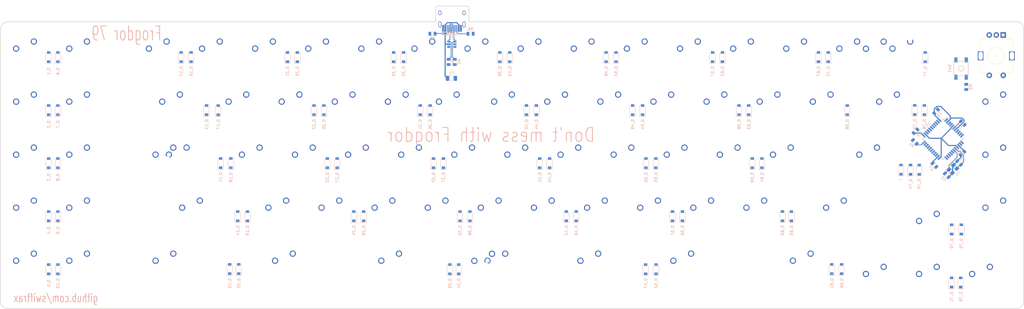
<source format=kicad_pcb>
(kicad_pcb (version 20171130) (host pcbnew "(5.1.4)-1")
  (layers (0 F.Cu signal) (31 B.Cu signal) (34 B.Paste user) (35 F.Paste user) (36 B.SilkS user) (37 F.SilkS user) (38 B.Mask user) (39 F.Mask user) (44 Edge.Cuts user))
  (net 0 "")
  (net 1 GND)
  (net 2 col0)
  (net 3 col1)
  (net 4 col3)
  (net 5 col4)
  (net 6 col5)
  (net 7 col6)
  (net 8 col7)
  (net 9 col8)
  (net 10 col9)
  (net 11 col10)
  (net 12 col11)
  (net 13 col12)
  (net 14 col13)
  (net 15 col14)
  (net 16 col15)
  (net 17 row0)
  (net 18 row1)
  (net 19 row2)
  (net 20 row3)
  (net 21 row4)
  (net 22 "Net-(D_1-Pad2)")
  (net 23 "Net-(D_2-Pad2)")
  (net 24 "Net-(D_3-Pad2)")
  (net 25 "Net-(D_4-Pad2)")
  (net 26 "Net-(D_5-Pad2)")
  (net 27 "Net-(D_6-Pad2)")
  (net 28 "Net-(D_7-Pad2)")
  (net 29 "Net-(D_8-Pad2)")
  (net 30 "Net-(D_9-Pad2)")
  (net 31 "Net-(D_10-Pad2)")
  (net 32 "Net-(D_11-Pad2)")
  (net 33 "Net-(D_12-Pad2)")
  (net 34 "Net-(D_13-Pad2)")
  (net 35 "Net-(D_14-Pad2)")
  (net 36 "Net-(D_15-Pad2)")
  (net 37 "Net-(D_16-Pad2)")
  (net 38 "Net-(D_18-Pad2)")
  (net 39 "Net-(D_19-Pad2)")
  (net 40 "Net-(D_20-Pad2)")
  (net 41 "Net-(D_21-Pad2)")
  (net 42 "Net-(D_22-Pad2)")
  (net 43 "Net-(D_23-Pad2)")
  (net 44 "Net-(D_24-Pad2)")
  (net 45 "Net-(D_25-Pad2)")
  (net 46 "Net-(D_26-Pad2)")
  (net 47 "Net-(D_27-Pad2)")
  (net 48 "Net-(D_28-Pad2)")
  (net 49 "Net-(D_29-Pad2)")
  (net 50 "Net-(D_30-Pad2)")
  (net 51 "Net-(D_31-Pad2)")
  (net 52 "Net-(D_32-Pad2)")
  (net 53 "Net-(D_33-Pad2)")
  (net 54 "Net-(D_34-Pad2)")
  (net 55 "Net-(D_35-Pad2)")
  (net 56 "Net-(D_36-Pad2)")
  (net 57 "Net-(D_37-Pad2)")
  (net 58 "Net-(D_38-Pad2)")
  (net 59 "Net-(D_39-Pad2)")
  (net 60 "Net-(D_40-Pad2)")
  (net 61 "Net-(D_41-Pad2)")
  (net 62 "Net-(D_42-Pad2)")
  (net 63 "Net-(D_43-Pad2)")
  (net 64 "Net-(D_44-Pad2)")
  (net 65 "Net-(D_45-Pad2)")
  (net 66 "Net-(D_46-Pad2)")
  (net 67 "Net-(D_47-Pad2)")
  (net 68 "Net-(D_48-Pad2)")
  (net 69 "Net-(D_49-Pad2)")
  (net 70 "Net-(D_50-Pad2)")
  (net 71 "Net-(D_51-Pad2)")
  (net 72 "Net-(D_52-Pad2)")
  (net 73 "Net-(D_53-Pad2)")
  (net 74 "Net-(D_54-Pad2)")
  (net 75 "Net-(D_55-Pad2)")
  (net 76 "Net-(D_56-Pad2)")
  (net 77 "Net-(D_57-Pad2)")
  (net 78 "Net-(D_58-Pad2)")
  (net 79 "Net-(D_59-Pad2)")
  (net 80 "Net-(D_60-Pad2)")
  (net 81 "Net-(D_61-Pad2)")
  (net 82 "Net-(D_62-Pad2)")
  (net 83 "Net-(D_63-Pad2)")
  (net 84 "Net-(D_78-Pad2)")
  (net 85 "Net-(D_65-Pad2)")
  (net 86 "Net-(D_64-Pad2)")
  (net 87 "Net-(D_66-Pad2)")
  (net 88 "Net-(D_67-Pad2)")
  (net 89 "Net-(D_68-Pad2)")
  (net 90 "Net-(D_69-Pad2)")
  (net 91 "Net-(D_70-Pad2)")
  (net 92 "Net-(D_71-Pad2)")
  (net 93 "Net-(D_72-Pad2)")
  (net 94 "Net-(D_73-Pad2)")
  (net 95 "Net-(D_74-Pad2)")
  (net 96 "Net-(D_75-Pad2)")
  (net 97 "Net-(D_76-Pad2)")
  (net 98 "Net-(D_77-Pad2)")
  (net 99 ENCS2)
  (net 100 ENCS1)
  (net 101 "Net-(C1-Pad1)")
  (net 102 "Net-(C2-Pad1)")
  (net 103 "Net-(C3-Pad1)")
  (net 104 +5V)
  (net 105 VBUS)
  (net 106 D-)
  (net 107 "Net-(R1-Pad1)")
  (net 108 D+)
  (net 109 "Net-(R2-Pad1)")
  (net 110 "Net-(R3-Pad2)")
  (net 111 "Net-(R4-Pad2)")
  (net 112 "Net-(R5-Pad2)")
  (net 113 "Net-(R6-Pad2)")
  (net 114 "Net-(U1-Pad9)")
  (net 115 "Net-(USB1-Pad3)")
  (net 116 "Net-(USB1-Pad9)")
  (net 117 "Net-(U2-Pad4)")
  (net 118 "Net-(U1-Pad42)")
  (net 119 "Net-(D_17-Pad2)")
  (net 120 "Net-(U2-Pad3)")
  (net 121 col2)
  (net 122 ENCA)
  (net 123 ENCB)
  (module Keebio-Parts:frogdor (layer B.Cu) (at 457.4 161.425 180)
    (fp_text reference G*** hide)
    (fp_text value LOGO hide)
  )
  (module MX_Only:MXOnly-2.25U-NoLED (layer F.Cu) (at 423.70375 210.007)
    (fp_text reference K_71)
    (fp_text value KEYSW)
    (pad 2 thru_hole circle (at 2.54 -5.08) (size 2.25 2.25) (drill 1.47) (layers *.Cu B.Mask) (net 90 "Net-(D_69-Pad2)"))
    (pad "" np_thru_hole circle (at 0 0) (size 3.9878 3.9878) (drill 3.9878) (layers *.Cu *.Mask))
    (pad 1 thru_hole circle (at -3.81 -2.54) (size 2.25 2.25) (drill 1.47) (layers *.Cu B.Mask) (net 15 col14))
    (pad "" np_thru_hole circle (at -5.08 0 48.0996) (size 1.75 1.75) (drill 1.75) (layers *.Cu *.Mask))
    (pad "" np_thru_hole circle (at 5.08 0 48.0996) (size 1.75 1.75) (drill 1.75) (layers *.Cu *.Mask))
    (pad "" np_thru_hole circle (at -11.90625 -6.985) (size 3.048 3.048) (drill 3.048) (layers *.Cu *.Mask))
    (pad "" np_thru_hole circle (at 11.90625 -6.985) (size 3.048 3.048) (drill 3.048) (layers *.Cu *.Mask))
    (pad "" np_thru_hole circle (at -11.90625 8.255) (size 3.9878 3.9878) (drill 3.9878) (layers *.Cu *.Mask))
    (pad "" np_thru_hole circle (at 11.90625 8.255) (size 3.9878 3.9878) (drill 3.9878) (layers *.Cu *.Mask))
  )
  (module Diode_SMD:D_SOD-123 (layer B.Cu) (at 395.525 229.575 90)
    (fp_text reference D_65 (at -5.08 0 90) (layer B.SilkS) (effects (justify mirror)))
    (fp_text value D)
    (pad 2 smd rect (at 1.65 0 90) (size 0.9 1.2) (layers B.Cu B.Paste B.Mask) (net 85 "Net-(D_65-Pad2)"))
    (pad 1 smd rect (at -1.65 0 90) (size 0.9 1.2) (layers B.Cu B.Paste B.Mask) (net 20 row3))
  )
  (module Diode_SMD:D_SOD-123 (layer B.Cu) (at 456.275 253.375 90)
    (fp_text reference D_76 (at -5.08 0 90) (layer B.SilkS) (effects (justify mirror)))
    (fp_text value D)
    (pad 2 smd rect (at 1.65 0 90) (size 0.9 1.2) (layers B.Cu B.Paste B.Mask) (net 97 "Net-(D_76-Pad2)"))
    (pad 1 smd rect (at -1.65 0 90) (size 0.9 1.2) (layers B.Cu B.Paste B.Mask) (net 21 row4))
  )
  (module Diode_SMD:D_SOD-123 (layer B.Cu) (at 453 253.3695 90)
    (fp_text reference D_71 (at -5.08 0 90) (layer B.SilkS) (effects (justify mirror)))
    (fp_text value D)
    (pad 2 smd rect (at 1.65 0 90) (size 0.9 1.2) (layers B.Cu B.Paste B.Mask) (net 92 "Net-(D_71-Pad2)"))
    (pad 1 smd rect (at -1.65 0 90) (size 0.9 1.2) (layers B.Cu B.Paste B.Mask) (net 21 row4))
  )
  (module Diode_SMD:D_SOD-123 (layer B.Cu) (at 413.55 248.55 90)
    (fp_text reference D_66 (at -5.08 0 90) (layer B.SilkS) (effects (justify mirror)))
    (fp_text value D)
    (pad 2 smd rect (at 1.65 0 90) (size 0.9 1.2) (layers B.Cu B.Paste B.Mask) (net 87 "Net-(D_66-Pad2)"))
    (pad 1 smd rect (at -1.65 0 90) (size 0.9 1.2) (layers B.Cu B.Paste B.Mask) (net 21 row4))
  )
  (module Diode_SMD:D_SOD-123 (layer B.Cu) (at 410.025 248.55 90)
    (fp_text reference D_61 (at -5.08 0 90) (layer B.SilkS) (effects (justify mirror)))
    (fp_text value D)
    (pad 2 smd rect (at 1.65 0 90) (size 0.9 1.2) (layers B.Cu B.Paste B.Mask) (net 81 "Net-(D_61-Pad2)"))
    (pad 1 smd rect (at -1.65 0 90) (size 0.9 1.2) (layers B.Cu B.Paste B.Mask) (net 21 row4))
  )
  (module Diode_SMD:D_SOD-123 (layer B.Cu) (at 347 248.6 90)
    (fp_text reference D_52 (at -5.08 0 90) (layer B.SilkS) (effects (justify mirror)))
    (fp_text value D)
    (pad 2 smd rect (at 1.65 0 90) (size 0.9 1.2) (layers B.Cu B.Paste B.Mask) (net 72 "Net-(D_52-Pad2)"))
    (pad 1 smd rect (at -1.65 0 90) (size 0.9 1.2) (layers B.Cu B.Paste B.Mask) (net 21 row4))
  )
  (module Diode_SMD:D_SOD-123 (layer B.Cu) (at 343.275 248.607 90)
    (fp_text reference D_47 (at -5.08 0 90) (layer B.SilkS) (effects (justify mirror)))
    (fp_text value D)
    (pad 2 smd rect (at 1.65 0 90) (size 0.9 1.2) (layers B.Cu B.Paste B.Mask) (net 67 "Net-(D_47-Pad2)"))
    (pad 1 smd rect (at -1.65 0 90) (size 0.9 1.2) (layers B.Cu B.Paste B.Mask) (net 21 row4))
  )
  (module Diode_SMD:D_SOD-123 (layer B.Cu) (at 276.225 248.607 90)
    (fp_text reference D_34 (at -5.08 0 90) (layer B.SilkS) (effects (justify mirror)))
    (fp_text value D)
    (pad 2 smd rect (at 1.65 0 90) (size 0.9 1.2) (layers B.Cu B.Paste B.Mask) (net 54 "Net-(D_34-Pad2)"))
    (pad 1 smd rect (at -1.65 0 90) (size 0.9 1.2) (layers B.Cu B.Paste B.Mask) (net 21 row4))
  )
  (module Diode_SMD:D_SOD-123 (layer B.Cu) (at 273.05 248.607 90)
    (fp_text reference D_29 (at -5.08 0 90) (layer B.SilkS) (effects (justify mirror)))
    (fp_text value D)
    (pad 2 smd rect (at 1.65 0 90) (size 0.9 1.2) (layers B.Cu B.Paste B.Mask) (net 49 "Net-(D_29-Pad2)"))
    (pad 1 smd rect (at -1.65 0 90) (size 0.9 1.2) (layers B.Cu B.Paste B.Mask) (net 21 row4))
  )
  (module Diode_SMD:D_SOD-123 (layer B.Cu) (at 197.3326 248.539 90)
    (fp_text reference D_20 (at -5.08 0 90) (layer B.SilkS) (effects (justify mirror)))
    (fp_text value D)
    (pad 2 smd rect (at 1.65 0 90) (size 0.9 1.2) (layers B.Cu B.Paste B.Mask) (net 40 "Net-(D_20-Pad2)"))
    (pad 1 smd rect (at -1.65 0 90) (size 0.9 1.2) (layers B.Cu B.Paste B.Mask) (net 21 row4))
  )
  (module Diode_SMD:D_SOD-123 (layer B.Cu) (at 194.0814 248.539 90)
    (fp_text reference D_15 (at -5.08 0 90) (layer B.SilkS) (effects (justify mirror)))
    (fp_text value D)
    (pad 2 smd rect (at 1.65 0 90) (size 0.9 1.2) (layers B.Cu B.Paste B.Mask) (net 36 "Net-(D_15-Pad2)"))
    (pad 1 smd rect (at -1.65 0 90) (size 0.9 1.2) (layers B.Cu B.Paste B.Mask) (net 21 row4))
  )
  (module Diode_SMD:D_SOD-123 (layer B.Cu) (at 132.4516 248.607 90)
    (fp_text reference D_10 (at -5.08 0 90) (layer B.SilkS) (effects (justify mirror)))
    (fp_text value D)
    (pad 2 smd rect (at 1.65 0 90) (size 0.9 1.2) (layers B.Cu B.Paste B.Mask) (net 31 "Net-(D_10-Pad2)"))
    (pad 1 smd rect (at -1.65 0 90) (size 0.9 1.2) (layers B.Cu B.Paste B.Mask) (net 21 row4))
  )
  (module Diode_SMD:D_SOD-123 (layer B.Cu) (at 129.1496 248.607 90)
    (fp_text reference D_5 (at -5.08 0 90) (layer B.SilkS) (effects (justify mirror)))
    (fp_text value D)
    (pad 2 smd rect (at 1.65 0 90) (size 0.9 1.2) (layers B.Cu B.Paste B.Mask) (net 26 "Net-(D_5-Pad2)"))
    (pad 1 smd rect (at -1.65 0 90) (size 0.9 1.2) (layers B.Cu B.Paste B.Mask) (net 21 row4))
  )
  (module Diode_SMD:D_SOD-123 (layer B.Cu) (at 453.025 234.3 90)
    (fp_text reference D_70 (at -5.08 0 90) (layer B.SilkS) (effects (justify mirror)))
    (fp_text value D)
    (pad 2 smd rect (at 1.65 0 90) (size 0.9 1.2) (layers B.Cu B.Paste B.Mask) (net 91 "Net-(D_70-Pad2)"))
    (pad 1 smd rect (at -1.65 0 90) (size 0.9 1.2) (layers B.Cu B.Paste B.Mask) (net 20 row3))
  )
  (module Diode_SMD:D_SOD-123 (layer B.Cu) (at 456.5 234.3 90)
    (fp_text reference D_75 (at -5.08 0 90) (layer B.SilkS) (effects (justify mirror)))
    (fp_text value D)
    (pad 2 smd rect (at 1.65 0 90) (size 0.9 1.2) (layers B.Cu B.Paste B.Mask) (net 96 "Net-(D_75-Pad2)"))
    (pad 1 smd rect (at -1.65 0 90) (size 0.9 1.2) (layers B.Cu B.Paste B.Mask) (net 20 row3))
  )
  (module Diode_SMD:D_SOD-123 (layer B.Cu) (at 392.325 229.55 90)
    (fp_text reference D_60 (at -5.08 0 90) (layer B.SilkS) (effects (justify mirror)))
    (fp_text value D)
    (pad 2 smd rect (at 1.65 0 90) (size 0.9 1.2) (layers B.Cu B.Paste B.Mask) (net 80 "Net-(D_60-Pad2)"))
    (pad 1 smd rect (at -1.65 0 90) (size 0.9 1.2) (layers B.Cu B.Paste B.Mask) (net 20 row3))
  )
  (module Diode_SMD:D_SOD-123 (layer B.Cu) (at 356.4475 229.557 90)
    (fp_text reference D_56 (at -5.08 0 90) (layer B.SilkS) (effects (justify mirror)))
    (fp_text value D)
    (pad 2 smd rect (at 1.65 0 90) (size 0.9 1.2) (layers B.Cu B.Paste B.Mask) (net 76 "Net-(D_56-Pad2)"))
    (pad 1 smd rect (at -1.65 0 90) (size 0.9 1.2) (layers B.Cu B.Paste B.Mask) (net 20 row3))
  )
  (module Diode_SMD:D_SOD-123 (layer B.Cu) (at 352.8975 229.557 90)
    (fp_text reference D_51 (at -5.08 0 90) (layer B.SilkS) (effects (justify mirror)))
    (fp_text value D)
    (pad 2 smd rect (at 1.65 0 90) (size 0.9 1.2) (layers B.Cu B.Paste B.Mask) (net 71 "Net-(D_51-Pad2)"))
    (pad 1 smd rect (at -1.65 0 90) (size 0.9 1.2) (layers B.Cu B.Paste B.Mask) (net 20 row3))
  )
  (module Diode_SMD:D_SOD-123 (layer B.Cu) (at 318.3475 229.557 90)
    (fp_text reference D_46 (at -5.08 0 90) (layer B.SilkS) (effects (justify mirror)))
    (fp_text value D)
    (pad 2 smd rect (at 1.65 0 90) (size 0.9 1.2) (layers B.Cu B.Paste B.Mask) (net 66 "Net-(D_46-Pad2)"))
    (pad 1 smd rect (at -1.65 0 90) (size 0.9 1.2) (layers B.Cu B.Paste B.Mask) (net 20 row3))
  )
  (module Diode_SMD:D_SOD-123 (layer B.Cu) (at 314.7975 229.557 90)
    (fp_text reference D_42 (at -5.08 0 90) (layer B.SilkS) (effects (justify mirror)))
    (fp_text value D)
    (pad 2 smd rect (at 1.65 0 90) (size 0.9 1.2) (layers B.Cu B.Paste B.Mask) (net 62 "Net-(D_42-Pad2)"))
    (pad 1 smd rect (at -1.65 0 90) (size 0.9 1.2) (layers B.Cu B.Paste B.Mask) (net 20 row3))
  )
  (module Diode_SMD:D_SOD-123 (layer B.Cu) (at 280.2475 229.557 90)
    (fp_text reference D_38 (at -5.08 0 90) (layer B.SilkS) (effects (justify mirror)))
    (fp_text value D)
    (pad 2 smd rect (at 1.65 0 90) (size 0.9 1.2) (layers B.Cu B.Paste B.Mask) (net 58 "Net-(D_38-Pad2)"))
    (pad 1 smd rect (at -1.65 0 90) (size 0.9 1.2) (layers B.Cu B.Paste B.Mask) (net 20 row3))
  )
  (module Diode_SMD:D_SOD-123 (layer B.Cu) (at 276.6975 229.557 90)
    (fp_text reference D_33 (at -5.08 0 90) (layer B.SilkS) (effects (justify mirror)))
    (fp_text value D)
    (pad 2 smd rect (at 1.65 0 90) (size 0.9 1.2) (layers B.Cu B.Paste B.Mask) (net 53 "Net-(D_33-Pad2)"))
    (pad 1 smd rect (at -1.65 0 90) (size 0.9 1.2) (layers B.Cu B.Paste B.Mask) (net 20 row3))
  )
  (module Diode_SMD:D_SOD-123 (layer B.Cu) (at 242.1475 229.557 90)
    (fp_text reference D_28 (at -5.08 0 90) (layer B.SilkS) (effects (justify mirror)))
    (fp_text value D)
    (pad 2 smd rect (at 1.65 0 90) (size 0.9 1.2) (layers B.Cu B.Paste B.Mask) (net 48 "Net-(D_28-Pad2)"))
    (pad 1 smd rect (at -1.65 0 90) (size 0.9 1.2) (layers B.Cu B.Paste B.Mask) (net 20 row3))
  )
  (module Diode_SMD:D_SOD-123 (layer B.Cu) (at 238.5975 229.557 90)
    (fp_text reference D_24 (at -5.08 0 90) (layer B.SilkS) (effects (justify mirror)))
    (fp_text value D)
    (pad 2 smd rect (at 1.65 0 90) (size 0.9 1.2) (layers B.Cu B.Paste B.Mask) (net 44 "Net-(D_24-Pad2)"))
    (pad 1 smd rect (at -1.65 0 90) (size 0.9 1.2) (layers B.Cu B.Paste B.Mask) (net 20 row3))
  )
  (module Diode_SMD:D_SOD-123 (layer B.Cu) (at 200.4366 229.5652 90)
    (fp_text reference D_19 (at -5.08 0 90) (layer B.SilkS) (effects (justify mirror)))
    (fp_text value D)
    (pad 2 smd rect (at 1.65 0 90) (size 0.9 1.2) (layers B.Cu B.Paste B.Mask) (net 39 "Net-(D_19-Pad2)"))
    (pad 1 smd rect (at -1.65 0 90) (size 0.9 1.2) (layers B.Cu B.Paste B.Mask) (net 20 row3))
  )
  (module Diode_SMD:D_SOD-123 (layer B.Cu) (at 196.9568 229.557 90)
    (fp_text reference D_14 (at -5.08 0 90) (layer B.SilkS) (effects (justify mirror)))
    (fp_text value D)
    (pad 2 smd rect (at 1.65 0 90) (size 0.9 1.2) (layers B.Cu B.Paste B.Mask) (net 35 "Net-(D_14-Pad2)"))
    (pad 1 smd rect (at -1.65 0 90) (size 0.9 1.2) (layers B.Cu B.Paste B.Mask) (net 20 row3))
  )
  (module Diode_SMD:D_SOD-123 (layer B.Cu) (at 132.4516 229.557 90)
    (fp_text reference D_9 (at -5.08 0 90) (layer B.SilkS) (effects (justify mirror)))
    (fp_text value D)
    (pad 2 smd rect (at 1.65 0 90) (size 0.9 1.2) (layers B.Cu B.Paste B.Mask) (net 30 "Net-(D_9-Pad2)"))
    (pad 1 smd rect (at -1.65 0 90) (size 0.9 1.2) (layers B.Cu B.Paste B.Mask) (net 20 row3))
  )
  (module Diode_SMD:D_SOD-123 (layer B.Cu) (at 129.1496 229.557 90)
    (fp_text reference D_4 (at -5.08 0 90) (layer B.SilkS) (effects (justify mirror)))
    (fp_text value D)
    (pad 2 smd rect (at 1.65 0 90) (size 0.9 1.2) (layers B.Cu B.Paste B.Mask) (net 25 "Net-(D_4-Pad2)"))
    (pad 1 smd rect (at -1.65 0 90) (size 0.9 1.2) (layers B.Cu B.Paste B.Mask) (net 20 row3))
  )
  (module Diode_SMD:D_SOD-123 (layer B.Cu) (at 438.275 212.85 90)
    (fp_text reference D_74 (at -5.08 0 90) (layer B.SilkS) (effects (justify mirror)))
    (fp_text value D)
    (pad 2 smd rect (at 1.65 0 90) (size 0.9 1.2) (layers B.Cu B.Paste B.Mask) (net 95 "Net-(D_74-Pad2)"))
    (pad 1 smd rect (at -1.65 0 90) (size 0.9 1.2) (layers B.Cu B.Paste B.Mask) (net 19 row2))
  )
  (module Diode_SMD:D_SOD-123 (layer B.Cu) (at 434.86 212.832 90)
    (fp_text reference D_69 (at -5.08 0 90) (layer B.SilkS) (effects (justify mirror)))
    (fp_text value D)
    (pad 2 smd rect (at 1.65 0 90) (size 0.9 1.2) (layers B.Cu B.Paste B.Mask) (net 90 "Net-(D_69-Pad2)"))
    (pad 1 smd rect (at -1.65 0 90) (size 0.9 1.2) (layers B.Cu B.Paste B.Mask) (net 19 row2))
  )
  (module Diode_SMD:D_SOD-123 (layer B.Cu) (at 384.975 210.507 90)
    (fp_text reference D_64 (at -5.08 0 90) (layer B.SilkS) (effects (justify mirror)))
    (fp_text value D)
    (pad 2 smd rect (at 1.65 0 90) (size 0.9 1.2) (layers B.Cu B.Paste B.Mask) (net 86 "Net-(D_64-Pad2)"))
    (pad 1 smd rect (at -1.65 0 90) (size 0.9 1.2) (layers B.Cu B.Paste B.Mask) (net 19 row2))
  )
  (module Diode_SMD:D_SOD-123 (layer B.Cu) (at 381.5 210.5 90)
    (fp_text reference D_59 (at -5.08 0 90) (layer B.SilkS) (effects (justify mirror)))
    (fp_text value D)
    (pad 2 smd rect (at 1.65 0 90) (size 0.9 1.2) (layers B.Cu B.Paste B.Mask) (net 79 "Net-(D_59-Pad2)"))
    (pad 1 smd rect (at -1.65 0 90) (size 0.9 1.2) (layers B.Cu B.Paste B.Mask) (net 19 row2))
  )
  (module Diode_SMD:D_SOD-123 (layer B.Cu) (at 346.9225 210.507 90)
    (fp_text reference D_55 (at -5.08 0 90) (layer B.SilkS) (effects (justify mirror)))
    (fp_text value D)
    (pad 2 smd rect (at 1.65 0 90) (size 0.9 1.2) (layers B.Cu B.Paste B.Mask) (net 75 "Net-(D_55-Pad2)"))
    (pad 1 smd rect (at -1.65 0 90) (size 0.9 1.2) (layers B.Cu B.Paste B.Mask) (net 19 row2))
  )
  (module Diode_SMD:D_SOD-123 (layer B.Cu) (at 343.3725 210.507 90)
    (fp_text reference D_50 (at -5.08 0 90) (layer B.SilkS) (effects (justify mirror)))
    (fp_text value D)
    (pad 2 smd rect (at 1.65 0 90) (size 0.9 1.2) (layers B.Cu B.Paste B.Mask) (net 70 "Net-(D_50-Pad2)"))
    (pad 1 smd rect (at -1.65 0 90) (size 0.9 1.2) (layers B.Cu B.Paste B.Mask) (net 19 row2))
  )
  (module Diode_SMD:D_SOD-123 (layer B.Cu) (at 308.8225 210.507 90)
    (fp_text reference D_45 (at -5.08 0 90) (layer B.SilkS) (effects (justify mirror)))
    (fp_text value D)
    (pad 2 smd rect (at 1.65 0 90) (size 0.9 1.2) (layers B.Cu B.Paste B.Mask) (net 65 "Net-(D_45-Pad2)"))
    (pad 1 smd rect (at -1.65 0 90) (size 0.9 1.2) (layers B.Cu B.Paste B.Mask) (net 19 row2))
  )
  (module Diode_SMD:D_SOD-123 (layer B.Cu) (at 305.2725 210.507 90)
    (fp_text reference D_41 (at -5.08 0 90) (layer B.SilkS) (effects (justify mirror)))
    (fp_text value D)
    (pad 2 smd rect (at 1.65 0 90) (size 0.9 1.2) (layers B.Cu B.Paste B.Mask) (net 61 "Net-(D_41-Pad2)"))
    (pad 1 smd rect (at -1.65 0 90) (size 0.9 1.2) (layers B.Cu B.Paste B.Mask) (net 19 row2))
  )
  (module Diode_SMD:D_SOD-123 (layer B.Cu) (at 270.7225 210.507 90)
    (fp_text reference D_37 (at -5.08 0 90) (layer B.SilkS) (effects (justify mirror)))
    (fp_text value D)
    (pad 2 smd rect (at 1.65 0 90) (size 0.9 1.2) (layers B.Cu B.Paste B.Mask) (net 57 "Net-(D_37-Pad2)"))
    (pad 1 smd rect (at -1.65 0 90) (size 0.9 1.2) (layers B.Cu B.Paste B.Mask) (net 19 row2))
  )
  (module Diode_SMD:D_SOD-123 (layer B.Cu) (at 267.1725 210.507 90)
    (fp_text reference D_32 (at -5.08 0 90) (layer B.SilkS) (effects (justify mirror)))
    (fp_text value D)
    (pad 2 smd rect (at 1.65 0 90) (size 0.9 1.2) (layers B.Cu B.Paste B.Mask) (net 52 "Net-(D_32-Pad2)"))
    (pad 1 smd rect (at -1.65 0 90) (size 0.9 1.2) (layers B.Cu B.Paste B.Mask) (net 19 row2))
  )
  (module Diode_SMD:D_SOD-123 (layer B.Cu) (at 232.6225 210.507 90)
    (fp_text reference D_27 (at -5.08 0 90) (layer B.SilkS) (effects (justify mirror)))
    (fp_text value D)
    (pad 2 smd rect (at 1.65 0 90) (size 0.9 1.2) (layers B.Cu B.Paste B.Mask) (net 47 "Net-(D_27-Pad2)"))
    (pad 1 smd rect (at -1.65 0 90) (size 0.9 1.2) (layers B.Cu B.Paste B.Mask) (net 19 row2))
  )
  (module Diode_SMD:D_SOD-123 (layer B.Cu) (at 229.0725 210.507 90)
    (fp_text reference D_23 (at -5.08 0 90) (layer B.SilkS) (effects (justify mirror)))
    (fp_text value D)
    (pad 2 smd rect (at 1.65 0 90) (size 0.9 1.2) (layers B.Cu B.Paste B.Mask) (net 43 "Net-(D_23-Pad2)"))
    (pad 1 smd rect (at -1.65 0 90) (size 0.9 1.2) (layers B.Cu B.Paste B.Mask) (net 19 row2))
  )
  (module Diode_SMD:D_SOD-123 (layer B.Cu) (at 194.4878 210.4898 90)
    (fp_text reference D_18 (at -5.08 0 90) (layer B.SilkS) (effects (justify mirror)))
    (fp_text value D)
    (pad 2 smd rect (at 1.65 0 90) (size 0.9 1.2) (layers B.Cu B.Paste B.Mask) (net 38 "Net-(D_18-Pad2)"))
    (pad 1 smd rect (at -1.65 0 90) (size 0.9 1.2) (layers B.Cu B.Paste B.Mask) (net 19 row2))
  )
  (module Diode_SMD:D_SOD-123 (layer B.Cu) (at 190.8302 210.4898 90)
    (fp_text reference D_11 (at -5.08 0 90) (layer B.SilkS) (effects (justify mirror)))
    (fp_text value D)
    (pad 2 smd rect (at 1.65 0 90) (size 0.9 1.2) (layers B.Cu B.Paste B.Mask) (net 32 "Net-(D_11-Pad2)"))
    (pad 1 smd rect (at -1.65 0 90) (size 0.9 1.2) (layers B.Cu B.Paste B.Mask) (net 19 row2))
  )
  (module Diode_SMD:D_SOD-123 (layer B.Cu) (at 132.4516 210.507 90)
    (fp_text reference D_8 (at -5.08 0 90) (layer B.SilkS) (effects (justify mirror)))
    (fp_text value D)
    (pad 2 smd rect (at 1.65 0 90) (size 0.9 1.2) (layers B.Cu B.Paste B.Mask) (net 29 "Net-(D_8-Pad2)"))
    (pad 1 smd rect (at -1.65 0 90) (size 0.9 1.2) (layers B.Cu B.Paste B.Mask) (net 19 row2))
  )
  (module Diode_SMD:D_SOD-123 (layer B.Cu) (at 129.1496 210.507 90)
    (fp_text reference D_3 (at -5.08 0 90) (layer B.SilkS) (effects (justify mirror)))
    (fp_text value D)
    (pad 2 smd rect (at 1.65 0 90) (size 0.9 1.2) (layers B.Cu B.Paste B.Mask) (net 24 "Net-(D_3-Pad2)"))
    (pad 1 smd rect (at -1.65 0 90) (size 0.9 1.2) (layers B.Cu B.Paste B.Mask) (net 19 row2))
  )
  (module Diode_SMD:D_SOD-123 (layer B.Cu) (at 443.225 191.425 90)
    (fp_text reference D_78 (at -5.08 0 90) (layer B.SilkS) (effects (justify mirror)))
    (fp_text value D)
    (pad 2 smd rect (at 1.65 0 90) (size 0.9 1.2) (layers B.Cu B.Paste B.Mask) (net 84 "Net-(D_78-Pad2)"))
    (pad 1 smd rect (at -1.65 0 90) (size 0.9 1.2) (layers B.Cu B.Paste B.Mask) (net 18 row1))
  )
  (module Diode_SMD:D_SOD-123 (layer B.Cu) (at 439.775 191.4 90)
    (fp_text reference D_73 (at -5.08 0 90) (layer B.SilkS) (effects (justify mirror)))
    (fp_text value D)
    (pad 2 smd rect (at 1.65 0 90) (size 0.9 1.2) (layers B.Cu B.Paste B.Mask) (net 94 "Net-(D_73-Pad2)"))
    (pad 1 smd rect (at -1.65 0 90) (size 0.9 1.2) (layers B.Cu B.Paste B.Mask) (net 18 row1))
  )
  (module Diode_SMD:D_SOD-123 (layer B.Cu) (at 415.56 191.457 90)
    (fp_text reference D_68 (at -5.08 0 90) (layer B.SilkS) (effects (justify mirror)))
    (fp_text value D)
    (pad 2 smd rect (at 1.65 0 90) (size 0.9 1.2) (layers B.Cu B.Paste B.Mask) (net 89 "Net-(D_68-Pad2)"))
    (pad 1 smd rect (at -1.65 0 90) (size 0.9 1.2) (layers B.Cu B.Paste B.Mask) (net 18 row1))
  )
  (module Diode_SMD:D_SOD-123 (layer B.Cu) (at 380.25 191.457 90)
    (fp_text reference D_63 (at -5.08 0 90) (layer B.SilkS) (effects (justify mirror)))
    (fp_text value D)
    (pad 2 smd rect (at 1.65 0 90) (size 0.9 1.2) (layers B.Cu B.Paste B.Mask) (net 83 "Net-(D_63-Pad2)"))
    (pad 1 smd rect (at -1.65 0 90) (size 0.9 1.2) (layers B.Cu B.Paste B.Mask) (net 18 row1))
  )
  (module Diode_SMD:D_SOD-123 (layer B.Cu) (at 376.75 191.45 90)
    (fp_text reference D_58 (at -5.08 0 90) (layer B.SilkS) (effects (justify mirror)))
    (fp_text value D)
    (pad 2 smd rect (at 1.65 0 90) (size 0.9 1.2) (layers B.Cu B.Paste B.Mask) (net 78 "Net-(D_58-Pad2)"))
    (pad 1 smd rect (at -1.65 0 90) (size 0.9 1.2) (layers B.Cu B.Paste B.Mask) (net 18 row1))
  )
  (module Diode_SMD:D_SOD-123 (layer B.Cu) (at 342.16 191.457 90)
    (fp_text reference D_54 (at -5.08 0 90) (layer B.SilkS) (effects (justify mirror)))
    (fp_text value D)
    (pad 2 smd rect (at 1.65 0 90) (size 0.9 1.2) (layers B.Cu B.Paste B.Mask) (net 74 "Net-(D_54-Pad2)"))
    (pad 1 smd rect (at -1.65 0 90) (size 0.9 1.2) (layers B.Cu B.Paste B.Mask) (net 18 row1))
  )
  (module Diode_SMD:D_SOD-123 (layer B.Cu) (at 338.61 191.457 90)
    (fp_text reference D_49 (at -5.08 0 90) (layer B.SilkS) (effects (justify mirror)))
    (fp_text value D)
    (pad 2 smd rect (at 1.65 0 90) (size 0.9 1.2) (layers B.Cu B.Paste B.Mask) (net 69 "Net-(D_49-Pad2)"))
    (pad 1 smd rect (at -1.65 0 90) (size 0.9 1.2) (layers B.Cu B.Paste B.Mask) (net 18 row1))
  )
  (module Diode_SMD:D_SOD-123 (layer B.Cu) (at 304.06 191.457 90)
    (fp_text reference D_44 (at -5.08 0 90) (layer B.SilkS) (effects (justify mirror)))
    (fp_text value D)
    (pad 2 smd rect (at 1.65 0 90) (size 0.9 1.2) (layers B.Cu B.Paste B.Mask) (net 64 "Net-(D_44-Pad2)"))
    (pad 1 smd rect (at -1.65 0 90) (size 0.9 1.2) (layers B.Cu B.Paste B.Mask) (net 18 row1))
  )
  (module Diode_SMD:D_SOD-123 (layer B.Cu) (at 300.51 191.457 90)
    (fp_text reference D_40 (at -5.08 0 90) (layer B.SilkS) (effects (justify mirror)))
    (fp_text value D)
    (pad 2 smd rect (at 1.65 0 90) (size 0.9 1.2) (layers B.Cu B.Paste B.Mask) (net 60 "Net-(D_40-Pad2)"))
    (pad 1 smd rect (at -1.65 0 90) (size 0.9 1.2) (layers B.Cu B.Paste B.Mask) (net 18 row1))
  )
  (module Diode_SMD:D_SOD-123 (layer B.Cu) (at 265.96 191.457 90)
    (fp_text reference D_36 (at -5.08 0 90) (layer B.SilkS) (effects (justify mirror)))
    (fp_text value D)
    (pad 2 smd rect (at 1.65 0 90) (size 0.9 1.2) (layers B.Cu B.Paste B.Mask) (net 56 "Net-(D_36-Pad2)"))
    (pad 1 smd rect (at -1.65 0 90) (size 0.9 1.2) (layers B.Cu B.Paste B.Mask) (net 18 row1))
  )
  (module Diode_SMD:D_SOD-123 (layer B.Cu) (at 262.41 191.457 90)
    (fp_text reference D_31 (at -5.08 0 90) (layer B.SilkS) (effects (justify mirror)))
    (fp_text value D)
    (pad 2 smd rect (at 1.65 0 90) (size 0.9 1.2) (layers B.Cu B.Paste B.Mask) (net 51 "Net-(D_31-Pad2)"))
    (pad 1 smd rect (at -1.65 0 90) (size 0.9 1.2) (layers B.Cu B.Paste B.Mask) (net 18 row1))
  )
  (module Diode_SMD:D_SOD-123 (layer B.Cu) (at 227.86 191.457 90)
    (fp_text reference D_26 (at -5.08 0 90) (layer B.SilkS) (effects (justify mirror)))
    (fp_text value D)
    (pad 2 smd rect (at 1.65 0 90) (size 0.9 1.2) (layers B.Cu B.Paste B.Mask) (net 46 "Net-(D_26-Pad2)"))
    (pad 1 smd rect (at -1.65 0 90) (size 0.9 1.2) (layers B.Cu B.Paste B.Mask) (net 18 row1))
  )
  (module Diode_SMD:D_SOD-123 (layer B.Cu) (at 224.31 191.457 90)
    (fp_text reference D_22 (at -5.08 0 90) (layer B.SilkS) (effects (justify mirror)))
    (fp_text value D)
    (pad 2 smd rect (at 1.65 0 90) (size 0.9 1.2) (layers B.Cu B.Paste B.Mask) (net 42 "Net-(D_22-Pad2)"))
    (pad 1 smd rect (at -1.65 0 90) (size 0.9 1.2) (layers B.Cu B.Paste B.Mask) (net 18 row1))
  )
  (module Diode_SMD:D_SOD-123 (layer B.Cu) (at 189.9412 191.4906 90)
    (fp_text reference D_17 (at -5.08 0 90) (layer B.SilkS) (effects (justify mirror)))
    (fp_text value D)
    (pad 2 smd rect (at 1.65 0 90) (size 0.9 1.2) (layers B.Cu B.Paste B.Mask) (net 119 "Net-(D_17-Pad2)"))
    (pad 1 smd rect (at -1.65 0 90) (size 0.9 1.2) (layers B.Cu B.Paste B.Mask) (net 18 row1))
  )
  (module Diode_SMD:D_SOD-123 (layer B.Cu) (at 185.7756 191.457 90)
    (fp_text reference D_13 (at -5.08 0 90) (layer B.SilkS) (effects (justify mirror)))
    (fp_text value D)
    (pad 2 smd rect (at 1.65 0 90) (size 0.9 1.2) (layers B.Cu B.Paste B.Mask) (net 34 "Net-(D_13-Pad2)"))
    (pad 1 smd rect (at -1.65 0 90) (size 0.9 1.2) (layers B.Cu B.Paste B.Mask) (net 18 row1))
  )
  (module Diode_SMD:D_SOD-123 (layer B.Cu) (at 132.4516 191.457 90)
    (fp_text reference D_7 (at -5.08 0 90) (layer B.SilkS) (effects (justify mirror)))
    (fp_text value D)
    (pad 2 smd rect (at 1.65 0 90) (size 0.9 1.2) (layers B.Cu B.Paste B.Mask) (net 28 "Net-(D_7-Pad2)"))
    (pad 1 smd rect (at -1.65 0 90) (size 0.9 1.2) (layers B.Cu B.Paste B.Mask) (net 18 row1))
  )
  (module Diode_SMD:D_SOD-123 (layer B.Cu) (at 129.1496 191.457 90)
    (fp_text reference D_2 (at -5.08 0 90) (layer B.SilkS) (effects (justify mirror)))
    (fp_text value D)
    (pad 2 smd rect (at 1.65 0 90) (size 0.9 1.2) (layers B.Cu B.Paste B.Mask) (net 23 "Net-(D_2-Pad2)"))
    (pad 1 smd rect (at -1.65 0 90) (size 0.9 1.2) (layers B.Cu B.Paste B.Mask) (net 18 row1))
  )
  (module Diode_SMD:D_SOD-123 (layer B.Cu) (at 441.375 212.875 90)
    (fp_text reference D_79 (at -5.08 0 90) (layer B.SilkS) (effects (justify mirror)))
    (fp_text value D)
    (pad 2 smd rect (at 1.65 0 90) (size 0.9 1.2) (layers B.Cu B.Paste B.Mask) (net 100 ENCS1))
    (pad 1 smd rect (at -1.65 0 90) (size 0.9 1.2) (layers B.Cu B.Paste B.Mask) (net 19 row2))
  )
  (module Diode_SMD:D_SOD-123 (layer B.Cu) (at 443.525 172.407 90)
    (fp_text reference D_77 (at -5.08 0 90) (layer B.SilkS) (effects (justify mirror)))
    (fp_text value D)
    (pad 2 smd rect (at 1.65 0 90) (size 0.9 1.2) (layers B.Cu B.Paste B.Mask) (net 98 "Net-(D_77-Pad2)"))
    (pad 1 smd rect (at -1.65 0 90) (size 0.9 1.2) (layers B.Cu B.Paste B.Mask) (net 17 row0))
  )
  (module Diode_SMD:D_SOD-123 (layer B.Cu) (at 408.75 172.407 90)
    (fp_text reference D_72 (at -5.08 0 90) (layer B.SilkS) (effects (justify mirror)))
    (fp_text value D)
    (pad 2 smd rect (at 1.65 0 90) (size 0.9 1.2) (layers B.Cu B.Paste B.Mask) (net 93 "Net-(D_72-Pad2)"))
    (pad 1 smd rect (at -1.65 0 90) (size 0.9 1.2) (layers B.Cu B.Paste B.Mask) (net 17 row0))
  )
  (module Diode_SMD:D_SOD-123 (layer B.Cu) (at 405.25 172.4 90)
    (fp_text reference D_67 (at -5.08 0 90) (layer B.SilkS) (effects (justify mirror)))
    (fp_text value D)
    (pad 2 smd rect (at 1.65 0 90) (size 0.9 1.2) (layers B.Cu B.Paste B.Mask) (net 88 "Net-(D_67-Pad2)"))
    (pad 1 smd rect (at -1.65 0 90) (size 0.9 1.2) (layers B.Cu B.Paste B.Mask) (net 17 row0))
  )
  (module Diode_SMD:D_SOD-123 (layer B.Cu) (at 370.8 172.4 90)
    (fp_text reference D_62 (at -5.08 0 90) (layer B.SilkS) (effects (justify mirror)))
    (fp_text value D)
    (pad 2 smd rect (at 1.65 0 90) (size 0.9 1.2) (layers B.Cu B.Paste B.Mask) (net 82 "Net-(D_62-Pad2)"))
    (pad 1 smd rect (at -1.65 0 90) (size 0.9 1.2) (layers B.Cu B.Paste B.Mask) (net 17 row0))
  )
  (module Diode_SMD:D_SOD-123 (layer B.Cu) (at 367.275 172.4 90)
    (fp_text reference D_57 (at -5.08 0 90) (layer B.SilkS) (effects (justify mirror)))
    (fp_text value D)
    (pad 2 smd rect (at 1.65 0 90) (size 0.9 1.2) (layers B.Cu B.Paste B.Mask) (net 77 "Net-(D_57-Pad2)"))
    (pad 1 smd rect (at -1.65 0 90) (size 0.9 1.2) (layers B.Cu B.Paste B.Mask) (net 17 row0))
  )
  (module Diode_SMD:D_SOD-123 (layer B.Cu) (at 332.635 172.407 90)
    (fp_text reference D_53 (at -5.08 0 90) (layer B.SilkS) (effects (justify mirror)))
    (fp_text value D)
    (pad 2 smd rect (at 1.65 0 90) (size 0.9 1.2) (layers B.Cu B.Paste B.Mask) (net 73 "Net-(D_53-Pad2)"))
    (pad 1 smd rect (at -1.65 0 90) (size 0.9 1.2) (layers B.Cu B.Paste B.Mask) (net 17 row0))
  )
  (module Diode_SMD:D_SOD-123 (layer B.Cu) (at 329.085 172.407 90)
    (fp_text reference D_48 (at -5.08 0 90) (layer B.SilkS) (effects (justify mirror)))
    (fp_text value D)
    (pad 2 smd rect (at 1.65 0 90) (size 0.9 1.2) (layers B.Cu B.Paste B.Mask) (net 68 "Net-(D_48-Pad2)"))
    (pad 1 smd rect (at -1.65 0 90) (size 0.9 1.2) (layers B.Cu B.Paste B.Mask) (net 17 row0))
  )
  (module Diode_SMD:D_SOD-123 (layer B.Cu) (at 294.535 172.407 90)
    (fp_text reference D_43 (at -5.08 0 90) (layer B.SilkS) (effects (justify mirror)))
    (fp_text value D)
    (pad 2 smd rect (at 1.65 0 90) (size 0.9 1.2) (layers B.Cu B.Paste B.Mask) (net 63 "Net-(D_43-Pad2)"))
    (pad 1 smd rect (at -1.65 0 90) (size 0.9 1.2) (layers B.Cu B.Paste B.Mask) (net 17 row0))
  )
  (module Diode_SMD:D_SOD-123 (layer B.Cu) (at 290.985 172.407 90)
    (fp_text reference D_39 (at -5.08 0 90) (layer B.SilkS) (effects (justify mirror)))
    (fp_text value D)
    (pad 2 smd rect (at 1.65 0 90) (size 0.9 1.2) (layers B.Cu B.Paste B.Mask) (net 59 "Net-(D_39-Pad2)"))
    (pad 1 smd rect (at -1.65 0 90) (size 0.9 1.2) (layers B.Cu B.Paste B.Mask) (net 17 row0))
  )
  (module Diode_SMD:D_SOD-123 (layer B.Cu) (at 256.435 172.407 90)
    (fp_text reference D_35 (at -5.08 0 90) (layer B.SilkS) (effects (justify mirror)))
    (fp_text value D)
    (pad 2 smd rect (at 1.65 0 90) (size 0.9 1.2) (layers B.Cu B.Paste B.Mask) (net 55 "Net-(D_35-Pad2)"))
    (pad 1 smd rect (at -1.65 0 90) (size 0.9 1.2) (layers B.Cu B.Paste B.Mask) (net 17 row0))
  )
  (module Diode_SMD:D_SOD-123 (layer B.Cu) (at 252.885 172.407 90)
    (fp_text reference D_30 (at -5.08 0 90) (layer B.SilkS) (effects (justify mirror)))
    (fp_text value D)
    (pad 2 smd rect (at 1.65 0 90) (size 0.9 1.2) (layers B.Cu B.Paste B.Mask) (net 50 "Net-(D_30-Pad2)"))
    (pad 1 smd rect (at -1.65 0 90) (size 0.9 1.2) (layers B.Cu B.Paste B.Mask) (net 17 row0))
  )
  (module Diode_SMD:D_SOD-123 (layer B.Cu) (at 218.335 172.407 90)
    (fp_text reference D_25 (at -5.08 0 90) (layer B.SilkS) (effects (justify mirror)))
    (fp_text value D)
    (pad 2 smd rect (at 1.65 0 90) (size 0.9 1.2) (layers B.Cu B.Paste B.Mask) (net 45 "Net-(D_25-Pad2)"))
    (pad 1 smd rect (at -1.65 0 90) (size 0.9 1.2) (layers B.Cu B.Paste B.Mask) (net 17 row0))
  )
  (module Diode_SMD:D_SOD-123 (layer B.Cu) (at 214.785 172.407 90)
    (fp_text reference D_21 (at -5.08 0 90) (layer B.SilkS) (effects (justify mirror)))
    (fp_text value D)
    (pad 2 smd rect (at 1.65 0 90) (size 0.9 1.2) (layers B.Cu B.Paste B.Mask) (net 41 "Net-(D_21-Pad2)"))
    (pad 1 smd rect (at -1.65 0 90) (size 0.9 1.2) (layers B.Cu B.Paste B.Mask) (net 17 row0))
  )
  (module Diode_SMD:D_SOD-123 (layer B.Cu) (at 180.213 172.3898 90)
    (fp_text reference D_16 (at -5.08 0 90) (layer B.SilkS) (effects (justify mirror)))
    (fp_text value D)
    (pad 2 smd rect (at 1.65 0 90) (size 0.9 1.2) (layers B.Cu B.Paste B.Mask) (net 37 "Net-(D_16-Pad2)"))
    (pad 1 smd rect (at -1.65 0 90) (size 0.9 1.2) (layers B.Cu B.Paste B.Mask) (net 17 row0))
  )
  (module Diode_SMD:D_SOD-123 (layer B.Cu) (at 176.657 172.3898 90)
    (fp_text reference D_12 (at -5.08 0 90) (layer B.SilkS) (effects (justify mirror)))
    (fp_text value D)
    (pad 2 smd rect (at 1.65 0 90) (size 0.9 1.2) (layers B.Cu B.Paste B.Mask) (net 33 "Net-(D_12-Pad2)"))
    (pad 1 smd rect (at -1.65 0 90) (size 0.9 1.2) (layers B.Cu B.Paste B.Mask) (net 17 row0))
  )
  (module Diode_SMD:D_SOD-123 (layer B.Cu) (at 132.4516 172.407 90)
    (fp_text reference D_6 (at -5.08 0 90) (layer B.SilkS) (effects (justify mirror)))
    (fp_text value D)
    (pad 2 smd rect (at 1.65 0 90) (size 0.9 1.2) (layers B.Cu B.Paste B.Mask) (net 27 "Net-(D_6-Pad2)"))
    (pad 1 smd rect (at -1.65 0 90) (size 0.9 1.2) (layers B.Cu B.Paste B.Mask) (net 17 row0))
  )
  (module Diode_SMD:D_SOD-123 (layer B.Cu) (at 129.1496 172.407 90)
    (fp_text reference D_1 (at -5.08 0 90) (layer B.SilkS) (effects (justify mirror)))
    (fp_text value D)
    (pad 2 smd rect (at 1.65 0 90) (size 0.9 1.2) (layers B.Cu B.Paste B.Mask) (net 22 "Net-(D_1-Pad2)"))
    (pad 1 smd rect (at -1.65 0 90) (size 0.9 1.2) (layers B.Cu B.Paste B.Mask) (net 17 row0))
  )
  (module Package_TO_SOT_SMD:SOT-23-6 (layer B.Cu) (at 273.75 167.8 180)
    (fp_text reference U2 (at 0 2.9) (layer B.SilkS) (effects (justify mirror)))
    (fp_text value SRV05-4)
    (pad 5 smd rect (at 1.1 0 180) (size 1.06 0.65) (layers B.Cu B.Paste B.Mask) (net 105 VBUS))
    (pad 6 smd rect (at 1.1 0.95 180) (size 1.06 0.65) (layers B.Cu B.Paste B.Mask) (net 106 D-))
    (pad 4 smd rect (at 1.1 -0.95 180) (size 1.06 0.65) (layers B.Cu B.Paste B.Mask) (net 117 "Net-(U2-Pad4)"))
    (pad 3 smd rect (at -1.1 -0.95 180) (size 1.06 0.65) (layers B.Cu B.Paste B.Mask) (net 120 "Net-(U2-Pad3)"))
    (pad 2 smd rect (at -1.1 0 180) (size 1.06 0.65) (layers B.Cu B.Paste B.Mask) (net 1 GND))
    (pad 1 smd rect (at -1.1 0.95 180) (size 1.06 0.65) (layers B.Cu B.Paste B.Mask) (net 108 D+))
  )
  (module Crystal:Crystal_SMD_3225-4Pin_3.2x2.5mm (layer B.Cu) (at 453.4795 212.632 45)
    (fp_text reference Y1 (at 0 2.45 45) (layer B.SilkS) (effects (justify mirror)))
    (fp_text value 16MHz)
    (pad 4 smd rect (at -1.1 0.85 45) (size 1.4 1.2) (layers B.Cu B.Paste B.Mask) (net 1 GND))
    (pad 3 smd rect (at 1.1 0.85 45) (size 1.4 1.2) (layers B.Cu B.Paste B.Mask) (net 102 "Net-(C2-Pad1)"))
    (pad 2 smd rect (at 1.1 -0.85 45) (size 1.4 1.2) (layers B.Cu B.Paste B.Mask) (net 1 GND))
    (pad 1 smd rect (at -1.1 -0.85 45) (size 1.4 1.2) (layers B.Cu B.Paste B.Mask) (net 101 "Net-(C1-Pad1)"))
  )
  (module Type-C:HRO-TYPE-C-31-M-12-HandSoldering (layer B.Cu) (at 273.8 153.9)
    (fp_text reference USB1 (at 0 10.2) (layer B.SilkS) (effects (justify mirror)))
    (fp_text value HRO-TYPE-C-31-M-12)
    (pad 12 smd rect (at 3.225 8.195) (size 0.6 2.45) (layers B.Cu B.Paste B.Mask) (net 1 GND))
    (pad 1 smd rect (at -3.225 8.195) (size 0.6 2.45) (layers B.Cu B.Paste B.Mask) (net 1 GND))
    (pad 11 smd rect (at 2.45 8.195) (size 0.6 2.45) (layers B.Cu B.Paste B.Mask) (net 105 VBUS))
    (pad 2 smd rect (at -2.45 8.195) (size 0.6 2.45) (layers B.Cu B.Paste B.Mask) (net 105 VBUS))
    (pad 3 smd rect (at -1.75 8.195) (size 0.3 2.45) (layers B.Cu B.Paste B.Mask) (net 115 "Net-(USB1-Pad3)"))
    (pad 10 smd rect (at 1.75 8.195) (size 0.3 2.45) (layers B.Cu B.Paste B.Mask) (net 113 "Net-(R6-Pad2)"))
    (pad 4 smd rect (at -1.25 8.195) (size 0.3 2.45) (layers B.Cu B.Paste B.Mask) (net 112 "Net-(R5-Pad2)"))
    (pad 9 smd rect (at 1.25 8.195) (size 0.3 2.45) (layers B.Cu B.Paste B.Mask) (net 116 "Net-(USB1-Pad9)"))
    (pad 5 smd rect (at -0.75 8.195) (size 0.3 2.45) (layers B.Cu B.Paste B.Mask) (net 106 D-))
    (pad 8 smd rect (at 0.75 8.195) (size 0.3 2.45) (layers B.Cu B.Paste B.Mask) (net 108 D+))
    (pad 7 smd rect (at 0.25 8.195) (size 0.3 2.45) (layers B.Cu B.Paste B.Mask) (net 106 D-))
    (pad 6 smd rect (at -0.25 8.195) (size 0.3 2.45) (layers B.Cu B.Paste B.Mask) (net 108 D+))
    (pad "" np_thru_hole circle (at 2.89 6.25) (size 0.65 0.65) (drill 0.65) (layers *.Cu *.Mask))
    (pad "" np_thru_hole circle (at -2.89 6.25) (size 0.65 0.65) (drill 0.65) (layers *.Cu *.Mask))
    (pad 13 thru_hole oval (at -4.32 6.78) (size 1 2.1) (drill oval 0.6 1.7) (layers *.Cu F.Mask) (net 1 GND))
    (pad 13 thru_hole oval (at 4.32 6.78) (size 1 2.1) (drill oval 0.6 1.7) (layers *.Cu F.Mask) (net 1 GND))
    (pad 13 thru_hole oval (at -4.32 2.6) (size 1 1.6) (drill oval 0.6 1.2) (layers *.Cu F.Mask) (net 1 GND))
    (pad 13 thru_hole oval (at 4.32 2.6) (size 1 1.6) (drill oval 0.6 1.2) (layers *.Cu F.Mask) (net 1 GND))
  )
  (module Package_QFP:TQFP-44_10x10mm_P0.8mm (layer B.Cu) (at 449.875 201.875 225)
    (fp_text reference U1 (at 0 7.45 45) (layer B.SilkS) (effects (justify mirror)))
    (fp_text value ATmega32U4-AU)
    (pad 44 smd rect (at -4 5.7 135) (size 1.5 0.55) (layers B.Cu B.Paste B.Mask) (net 104 +5V))
    (pad 43 smd rect (at -3.2 5.7 135) (size 1.5 0.55) (layers B.Cu B.Paste B.Mask) (net 1 GND))
    (pad 42 smd rect (at -2.4 5.7 135) (size 1.5 0.55) (layers B.Cu B.Paste B.Mask) (net 118 "Net-(U1-Pad42)"))
    (pad 41 smd rect (at -1.6 5.7 135) (size 1.5 0.55) (layers B.Cu B.Paste B.Mask) (net 2 col0))
    (pad 40 smd rect (at -0.8 5.7 135) (size 1.5 0.55) (layers B.Cu B.Paste B.Mask) (net 3 col1))
    (pad 39 smd rect (at 0 5.7 135) (size 1.5 0.55) (layers B.Cu B.Paste B.Mask) (net 121 col2))
    (pad 38 smd rect (at 0.8 5.7 135) (size 1.5 0.55) (layers B.Cu B.Paste B.Mask) (net 4 col3))
    (pad 37 smd rect (at 1.6 5.7 135) (size 1.5 0.55) (layers B.Cu B.Paste B.Mask) (net 5 col4))
    (pad 36 smd rect (at 2.4 5.7 135) (size 1.5 0.55) (layers B.Cu B.Paste B.Mask) (net 6 col5))
    (pad 35 smd rect (at 3.2 5.7 135) (size 1.5 0.55) (layers B.Cu B.Paste B.Mask) (net 1 GND))
    (pad 34 smd rect (at 4 5.7 135) (size 1.5 0.55) (layers B.Cu B.Paste B.Mask) (net 104 +5V))
    (pad 33 smd rect (at 5.7 4 225) (size 1.5 0.55) (layers B.Cu B.Paste B.Mask) (net 111 "Net-(R4-Pad2)"))
    (pad 32 smd rect (at 5.7 3.2 225) (size 1.5 0.55) (layers B.Cu B.Paste B.Mask) (net 7 col6))
    (pad 31 smd rect (at 5.7 2.4 225) (size 1.5 0.55) (layers B.Cu B.Paste B.Mask) (net 8 col7))
    (pad 30 smd rect (at 5.7 1.6 225) (size 1.5 0.55) (layers B.Cu B.Paste B.Mask) (net 9 col8))
    (pad 29 smd rect (at 5.7 0.8 225) (size 1.5 0.55) (layers B.Cu B.Paste B.Mask) (net 10 col9))
    (pad 28 smd rect (at 5.7 0 225) (size 1.5 0.55) (layers B.Cu B.Paste B.Mask) (net 11 col10))
    (pad 27 smd rect (at 5.7 -0.8 225) (size 1.5 0.55) (layers B.Cu B.Paste B.Mask) (net 12 col11))
    (pad 26 smd rect (at 5.7 -1.6 225) (size 1.5 0.55) (layers B.Cu B.Paste B.Mask) (net 13 col12))
    (pad 25 smd rect (at 5.7 -2.4 225) (size 1.5 0.55) (layers B.Cu B.Paste B.Mask) (net 14 col13))
    (pad 24 smd rect (at 5.7 -3.2 225) (size 1.5 0.55) (layers B.Cu B.Paste B.Mask) (net 104 +5V))
    (pad 23 smd rect (at 5.7 -4 225) (size 1.5 0.55) (layers B.Cu B.Paste B.Mask) (net 1 GND))
    (pad 22 smd rect (at 4 -5.7 135) (size 1.5 0.55) (layers B.Cu B.Paste B.Mask) (net 15 col14))
    (pad 21 smd rect (at 3.2 -5.7 135) (size 1.5 0.55) (layers B.Cu B.Paste B.Mask) (net 16 col15))
    (pad 20 smd rect (at 2.4 -5.7 135) (size 1.5 0.55) (layers B.Cu B.Paste B.Mask) (net 19 row2))
    (pad 19 smd rect (at 1.6 -5.7 135) (size 1.5 0.55) (layers B.Cu B.Paste B.Mask) (net 20 row3))
    (pad 18 smd rect (at 0.8 -5.7 135) (size 1.5 0.55) (layers B.Cu B.Paste B.Mask) (net 18 row1))
    (pad 17 smd rect (at 0 -5.7 135) (size 1.5 0.55) (layers B.Cu B.Paste B.Mask) (net 101 "Net-(C1-Pad1)"))
    (pad 16 smd rect (at -0.8 -5.7 135) (size 1.5 0.55) (layers B.Cu B.Paste B.Mask) (net 102 "Net-(C2-Pad1)"))
    (pad 15 smd rect (at -1.6 -5.7 135) (size 1.5 0.55) (layers B.Cu B.Paste B.Mask) (net 1 GND))
    (pad 14 smd rect (at -2.4 -5.7 135) (size 1.5 0.55) (layers B.Cu B.Paste B.Mask) (net 104 +5V))
    (pad 13 smd rect (at -3.2 -5.7 135) (size 1.5 0.55) (layers B.Cu B.Paste B.Mask) (net 110 "Net-(R3-Pad2)"))
    (pad 12 smd rect (at -4 -5.7 135) (size 1.5 0.55) (layers B.Cu B.Paste B.Mask) (net 17 row0))
    (pad 11 smd rect (at -5.7 -4 225) (size 1.5 0.55) (layers B.Cu B.Paste B.Mask) (net 122 ENCA))
    (pad 10 smd rect (at -5.7 -3.2 225) (size 1.5 0.55) (layers B.Cu B.Paste B.Mask) (net 123 ENCB))
    (pad 9 smd rect (at -5.7 -2.4 225) (size 1.5 0.55) (layers B.Cu B.Paste B.Mask) (net 114 "Net-(U1-Pad9)"))
    (pad 8 smd rect (at -5.7 -1.6 225) (size 1.5 0.55) (layers B.Cu B.Paste B.Mask) (net 99 ENCS2))
    (pad 7 smd rect (at -5.7 -0.8 225) (size 1.5 0.55) (layers B.Cu B.Paste B.Mask) (net 104 +5V))
    (pad 6 smd rect (at -5.7 0 225) (size 1.5 0.55) (layers B.Cu B.Paste B.Mask) (net 103 "Net-(C3-Pad1)"))
    (pad 5 smd rect (at -5.7 0.8 225) (size 1.5 0.55) (layers B.Cu B.Paste B.Mask) (net 1 GND))
    (pad 4 smd rect (at -5.7 1.6 225) (size 1.5 0.55) (layers B.Cu B.Paste B.Mask) (net 109 "Net-(R2-Pad1)"))
    (pad 3 smd rect (at -5.7 2.4 225) (size 1.5 0.55) (layers B.Cu B.Paste B.Mask) (net 107 "Net-(R1-Pad1)"))
    (pad 2 smd rect (at -5.7 3.2 225) (size 1.5 0.55) (layers B.Cu B.Paste B.Mask) (net 104 +5V))
    (pad 1 smd rect (at -5.7 4 225) (size 1.5 0.55) (layers B.Cu B.Paste B.Mask) (net 21 row4))
  )
  (module random-keyboard-parts:SKQG-1155865 (layer B.Cu) (at 456.4 176.525 90)
    (fp_text reference SW1 (at 0 -4.064 90) (layer B.SilkS) (effects (justify mirror)))
    (fp_text value SW_Push)
    (pad 4 smd rect (at -3.1 -1.85 90) (size 1.8 1.1) (layers B.Cu B.Paste B.Mask))
    (pad 3 smd rect (at 3.1 1.85 90) (size 1.8 1.1) (layers B.Cu B.Paste B.Mask))
    (pad 2 smd rect (at -3.1 1.85 90) (size 1.8 1.1) (layers B.Cu B.Paste B.Mask) (net 110 "Net-(R3-Pad2)"))
    (pad 1 smd rect (at 3.1 -1.85 90) (size 1.8 1.1) (layers B.Cu B.Paste B.Mask) (net 1 GND))
  )
  (module Resistor_SMD:R_0805_2012Metric (layer B.Cu) (at 280.475 164.025 180)
    (fp_text reference R6 (at 0 1.65) (layer B.SilkS) (effects (justify mirror)))
    (fp_text value 5.1k)
    (pad 2 smd roundrect (at 0.9375 0 180) (size 0.975 1.4) (layers B.Cu B.Paste B.Mask) (net 113 "Net-(R6-Pad2)"))
    (pad 1 smd roundrect (at -0.9375 0 180) (size 0.975 1.4) (layers B.Cu B.Paste B.Mask) (net 1 GND))
  )
  (module Resistor_SMD:R_0805_2012Metric (layer B.Cu) (at 266.8 164.025)
    (fp_text reference R5 (at 0 1.65) (layer B.SilkS) (effects (justify mirror)))
    (fp_text value 5.1k)
    (pad 2 smd roundrect (at 0.9375 0) (size 0.975 1.4) (layers B.Cu B.Paste B.Mask) (net 112 "Net-(R5-Pad2)"))
    (pad 1 smd roundrect (at -0.9375 0) (size 0.975 1.4) (layers B.Cu B.Paste B.Mask) (net 1 GND))
  )
  (module Resistor_SMD:R_0805_2012Metric (layer B.Cu) (at 439.78 202.9 315)
    (fp_text reference R4 (at 0 1.65 135) (layer B.SilkS) (effects (justify mirror)))
    (fp_text value 10k)
    (pad 2 smd roundrect (at 0.9375 0 315) (size 0.975 1.4) (layers B.Cu B.Paste B.Mask) (net 111 "Net-(R4-Pad2)"))
    (pad 1 smd roundrect (at -0.9375 0 315) (size 0.975 1.4) (layers B.Cu B.Paste B.Mask) (net 1 GND))
  )
  (module Resistor_SMD:R_0805_2012Metric (layer B.Cu) (at 458.25 183.125 90)
    (fp_text reference R3 (at 0 1.65 90) (layer B.SilkS) (effects (justify mirror)))
    (fp_text value 10k)
    (pad 2 smd roundrect (at 0.9375 0 90) (size 0.975 1.4) (layers B.Cu B.Paste B.Mask) (net 110 "Net-(R3-Pad2)"))
    (pad 1 smd roundrect (at -0.9375 0 90) (size 0.975 1.4) (layers B.Cu B.Paste B.Mask) (net 104 +5V))
  )
  (module Resistor_SMD:R_0805_2012Metric (layer B.Cu) (at 274.7756 174.149 90)
    (fp_text reference R2 (at 0 1.65 90) (layer B.SilkS) (effects (justify mirror)))
    (fp_text value 22)
    (pad 2 smd roundrect (at 0.9375 0 90) (size 0.975 1.4) (layers B.Cu B.Paste B.Mask) (net 108 D+))
    (pad 1 smd roundrect (at -0.9375 0 90) (size 0.975 1.4) (layers B.Cu B.Paste B.Mask) (net 109 "Net-(R2-Pad1)"))
  )
  (module Resistor_SMD:R_0805_2012Metric (layer B.Cu) (at 272.6 174.149 90)
    (fp_text reference R1 (at 0 1.65 90) (layer B.SilkS) (effects (justify mirror)))
    (fp_text value 22)
    (pad 2 smd roundrect (at 0.9375 0 90) (size 0.975 1.4) (layers B.Cu B.Paste B.Mask) (net 106 D-))
    (pad 1 smd roundrect (at -0.9375 0 90) (size 0.975 1.4) (layers B.Cu B.Paste B.Mask) (net 107 "Net-(R1-Pad1)"))
  )
  (module Fuse:Fuse_1206_3216Metric (layer B.Cu) (at 273.6 180.05 180)
    (fp_text reference F1 (at 0 1.82) (layer B.SilkS) (effects (justify mirror)))
    (fp_text value 500mA)
    (pad 2 smd roundrect (at 1.4 0 180) (size 1.25 1.75) (layers B.Cu B.Paste B.Mask) (roundrect_rratio 0.2) (net 105 VBUS))
    (pad 1 smd roundrect (at -1.4 0 180) (size 1.25 1.75) (layers B.Cu B.Paste B.Mask) (roundrect_rratio 0.2) (net 104 +5V))
  )
  (module Capacitor_SMD:C_0805_2012Metric (layer B.Cu) (at 446.8368 211.201 315)
    (fp_text reference C7 (at 0 1.65 135) (layer B.SilkS) (effects (justify mirror)))
    (fp_text value 10uF)
    (pad 2 smd roundrect (at 0.9375 0 315) (size 0.975 1.4) (layers B.Cu B.Paste B.Mask) (net 1 GND))
    (pad 1 smd roundrect (at -0.9375 0 315) (size 0.975 1.4) (layers B.Cu B.Paste B.Mask) (net 104 +5V))
  )
  (module Capacitor_SMD:C_0805_2012Metric (layer B.Cu) (at 447.4464 191.9478 45)
    (fp_text reference C6 (at 0 1.65 45) (layer B.SilkS) (effects (justify mirror)))
    (fp_text value 0.1uF)
    (pad 2 smd roundrect (at 0.9375 0 45) (size 0.975 1.4) (layers B.Cu B.Paste B.Mask) (net 1 GND))
    (pad 1 smd roundrect (at -0.9375 0 45) (size 0.975 1.4) (layers B.Cu B.Paste B.Mask) (net 104 +5V))
  )
  (module Capacitor_SMD:C_0805_2012Metric (layer B.Cu) (at 456.8698 206.9846 225)
    (fp_text reference C5 (at 0 1.65 45) (layer B.SilkS) (effects (justify mirror)))
    (fp_text value 0.1uF)
    (pad 2 smd roundrect (at 0.9375 0 225) (size 0.975 1.4) (layers B.Cu B.Paste B.Mask) (net 1 GND))
    (pad 1 smd roundrect (at -0.9375 0 225) (size 0.975 1.4) (layers B.Cu B.Paste B.Mask) (net 104 +5V))
  )
  (module Capacitor_SMD:C_0805_2012Metric (layer B.Cu) (at 440.05 199.05 45)
    (fp_text reference C4 (at 0 1.65 45) (layer B.SilkS) (effects (justify mirror)))
    (fp_text value 0.1uF)
    (pad 2 smd roundrect (at 0.9375 0 45) (size 0.975 1.4) (layers B.Cu B.Paste B.Mask) (net 1 GND))
    (pad 1 smd roundrect (at -0.9375 0 45) (size 0.975 1.4) (layers B.Cu B.Paste B.Mask) (net 104 +5V))
  )
  (module Capacitor_SMD:C_0805_2012Metric (layer B.Cu) (at 457 196.1 315)
    (fp_text reference C3 (at 0 1.65 135) (layer B.SilkS) (effects (justify mirror)))
    (fp_text value 1uF)
    (pad 2 smd roundrect (at 0.9375 0 315) (size 0.975 1.4) (layers B.Cu B.Paste B.Mask) (net 1 GND))
    (pad 1 smd roundrect (at -0.9375 0 315) (size 0.975 1.4) (layers B.Cu B.Paste B.Mask) (net 103 "Net-(C3-Pad1)"))
  )
  (module Capacitor_SMD:C_0805_2012Metric (layer B.Cu) (at 455.6875 210.425 135)
    (fp_text reference C2 (at 0 1.65 135) (layer B.SilkS) (effects (justify mirror)))
    (fp_text value 22pF)
    (pad 2 smd roundrect (at 0.9375 0 135) (size 0.975 1.4) (layers B.Cu B.Paste B.Mask) (net 1 GND))
    (pad 1 smd roundrect (at -0.9375 0 135) (size 0.975 1.4) (layers B.Cu B.Paste B.Mask) (net 102 "Net-(C2-Pad1)"))
  )
  (module Capacitor_SMD:C_0805_2012Metric (layer B.Cu) (at 451.275413 214.862913 315)
    (fp_text reference C1 (at 0 1.65 135) (layer B.SilkS) (effects (justify mirror)))
    (fp_text value 22pF)
    (pad 2 smd roundrect (at 0.9375 0 315) (size 0.975 1.4) (layers B.Cu B.Paste B.Mask) (net 1 GND))
    (pad 1 smd roundrect (at -0.9375 0 315) (size 0.975 1.4) (layers B.Cu B.Paste B.Mask) (net 101 "Net-(C1-Pad1)"))
  )
  (module Keebio-Parts:RotaryEncoder_EC11 (layer F.Cu) (at 469.02 171.972 270)
    (fp_text reference SW2)
    (fp_text value Rotary_Encoder_Switch)
    (pad A thru_hole rect (at -7.5 -2.5 270) (size 2 2) (drill 1) (layers *.Cu *.Mask) (net 122 ENCA))
    (pad C thru_hole circle (at -7.5 0 270) (size 2 2) (drill 1) (layers *.Cu *.Mask) (net 1 GND))
    (pad B thru_hole circle (at -7.5 2.5 270) (size 2 2) (drill 1) (layers *.Cu *.Mask) (net 123 ENCB))
    (pad "" np_thru_hole rect (at 0 -5.6 270) (size 3.2 2) (drill oval 2.8 1.5) (layers *.Cu *.Mask))
    (pad "" np_thru_hole rect (at 0 5.6 270) (size 3.2 2) (drill oval 2.8 1.5) (layers *.Cu *.Mask))
    (pad S2 thru_hole circle (at 7 -2.5 270) (size 2 2) (drill 1) (layers *.Cu *.Mask) (net 99 ENCS2))
    (pad S1 thru_hole circle (at 7 2.5 270) (size 2 2) (drill 1) (layers *.Cu *.Mask) (net 100 ENCS1))
  )
  (module MX_Only:MXOnly-2U-NoLED (layer F.Cu) (at 426.085 171.958)
    (fp_text reference K_79)
    (fp_text value KEYSW)
    (pad 2 thru_hole circle (at 2.54 -5.08) (size 2.25 2.25) (drill 1.47) (layers *.Cu B.Mask) (net 93 "Net-(D_72-Pad2)"))
    (pad "" np_thru_hole circle (at 0 0) (size 3.9878 3.9878) (drill 3.9878) (layers *.Cu *.Mask))
    (pad 1 thru_hole circle (at -3.81 -2.54) (size 2.25 2.25) (drill 1.47) (layers *.Cu B.Mask) (net 16 col15))
    (pad "" np_thru_hole circle (at -5.08 0 48.0996) (size 1.75 1.75) (drill 1.75) (layers *.Cu *.Mask))
    (pad "" np_thru_hole circle (at 5.08 0 48.0996) (size 1.75 1.75) (drill 1.75) (layers *.Cu *.Mask))
    (pad "" np_thru_hole circle (at -11.90625 -6.985) (size 3.048 3.048) (drill 3.048) (layers *.Cu *.Mask))
    (pad "" np_thru_hole circle (at 11.90625 -6.985) (size 3.048 3.048) (drill 3.048) (layers *.Cu *.Mask))
    (pad "" np_thru_hole circle (at -11.90625 8.255) (size 3.9878 3.9878) (drill 3.9878) (layers *.Cu *.Mask))
    (pad "" np_thru_hole circle (at 11.90625 8.255) (size 3.9878 3.9878) (drill 3.9878) (layers *.Cu *.Mask))
  )
  (module MX_Only:MXOnly-6.25U-NoLED (layer F.Cu) (at 285.623 248.158)
    (fp_text reference K_40)
    (fp_text value KEYSW)
    (pad 2 thru_hole circle (at 2.54 -5.08) (size 2.25 2.25) (drill 1.47) (layers *.Cu B.Mask) (net 54 "Net-(D_34-Pad2)"))
    (pad "" np_thru_hole circle (at 0 0) (size 3.9878 3.9878) (drill 3.9878) (layers *.Cu *.Mask))
    (pad 1 thru_hole circle (at -3.81 -2.54) (size 2.25 2.25) (drill 1.47) (layers *.Cu B.Mask) (net 8 col7))
    (pad "" np_thru_hole circle (at -5.08 0 48.0996) (size 1.75 1.75) (drill 1.75) (layers *.Cu *.Mask))
    (pad "" np_thru_hole circle (at 5.08 0 48.0996) (size 1.75 1.75) (drill 1.75) (layers *.Cu *.Mask))
    (pad "" np_thru_hole circle (at -49.9999 -6.985) (size 3.048 3.048) (drill 3.048) (layers *.Cu *.Mask))
    (pad "" np_thru_hole circle (at 49.9999 -6.985) (size 3.048 3.048) (drill 3.048) (layers *.Cu *.Mask))
    (pad "" np_thru_hole circle (at -49.9999 8.255) (size 3.9878 3.9878) (drill 3.9878) (layers *.Cu *.Mask))
    (pad "" np_thru_hole circle (at 49.9999 8.255) (size 3.9878 3.9878) (drill 3.9878) (layers *.Cu *.Mask))
  )
  (module MX_Only:MXOnly-1.75U-NoLED (layer F.Cu) (at 176.07 210.002)
    (fp_text reference K_16)
    (fp_text value KEYSW)
    (pad 2 thru_hole circle (at 2.54 -5.08) (size 2.25 2.25) (drill 1.47) (layers *.Cu B.Mask) (net 32 "Net-(D_11-Pad2)"))
    (pad "" np_thru_hole circle (at 0 0) (size 3.9878 3.9878) (drill 3.9878) (layers *.Cu *.Mask))
    (pad 1 thru_hole circle (at -3.81 -2.54) (size 2.25 2.25) (drill 1.47) (layers *.Cu B.Mask) (net 121 col2))
    (pad "" np_thru_hole circle (at -5.08 0 48.0996) (size 1.75 1.75) (drill 1.75) (layers *.Cu *.Mask))
    (pad "" np_thru_hole circle (at 5.08 0 48.0996) (size 1.75 1.75) (drill 1.75) (layers *.Cu *.Mask))
  )
  (module MX_Only:MXOnly-2U-NoLED (layer F.Cu) (at 411.7975 229.057)
    (fp_text reference K_67)
    (fp_text value KEYSW)
    (pad 2 thru_hole circle (at 2.54 -5.08) (size 2.25 2.25) (drill 1.47) (layers *.Cu B.Mask) (net 85 "Net-(D_65-Pad2)"))
    (pad "" np_thru_hole circle (at 0 0) (size 3.9878 3.9878) (drill 3.9878) (layers *.Cu *.Mask))
    (pad 1 thru_hole circle (at -3.81 -2.54) (size 2.25 2.25) (drill 1.47) (layers *.Cu B.Mask) (net 14 col13))
    (pad "" np_thru_hole circle (at -5.08 0 48.0996) (size 1.75 1.75) (drill 1.75) (layers *.Cu *.Mask))
    (pad "" np_thru_hole circle (at 5.08 0 48.0996) (size 1.75 1.75) (drill 1.75) (layers *.Cu *.Mask))
    (pad "" np_thru_hole circle (at -11.90625 -6.985) (size 3.048 3.048) (drill 3.048) (layers *.Cu *.Mask))
    (pad "" np_thru_hole circle (at 11.90625 -6.985) (size 3.048 3.048) (drill 3.048) (layers *.Cu *.Mask))
    (pad "" np_thru_hole circle (at -11.90625 8.255) (size 3.9878 3.9878) (drill 3.9878) (layers *.Cu *.Mask))
    (pad "" np_thru_hole circle (at 11.90625 8.255) (size 3.9878 3.9878) (drill 3.9878) (layers *.Cu *.Mask))
  )
  (module MX_Only:MXOnly-1U-NoLED (layer F.Cu) (at 464.185 252.8695)
    (fp_text reference K_78)
    (fp_text value KEYSW)
    (pad 2 thru_hole circle (at 2.54 -5.08) (size 2.25 2.25) (drill 1.47) (layers *.Cu B.Mask) (net 97 "Net-(D_76-Pad2)"))
    (pad "" np_thru_hole circle (at 0 0) (size 3.9878 3.9878) (drill 3.9878) (layers *.Cu *.Mask))
    (pad 1 thru_hole circle (at -3.81 -2.54) (size 2.25 2.25) (drill 1.47) (layers *.Cu B.Mask) (net 16 col15))
    (pad "" np_thru_hole circle (at -5.08 0 48.0996) (size 1.75 1.75) (drill 1.75) (layers *.Cu *.Mask))
    (pad "" np_thru_hole circle (at 5.08 0 48.0996) (size 1.75 1.75) (drill 1.75) (layers *.Cu *.Mask))
  )
  (module MX_Only:MXOnly-1U-NoLED (layer F.Cu) (at 445.135 252.8695)
    (fp_text reference K_73)
    (fp_text value KEYSW)
    (pad 2 thru_hole circle (at 2.54 -5.08) (size 2.25 2.25) (drill 1.47) (layers *.Cu B.Mask) (net 92 "Net-(D_71-Pad2)"))
    (pad "" np_thru_hole circle (at 0 0) (size 3.9878 3.9878) (drill 3.9878) (layers *.Cu *.Mask))
    (pad 1 thru_hole circle (at -3.81 -2.54) (size 2.25 2.25) (drill 1.47) (layers *.Cu B.Mask) (net 15 col14))
    (pad "" np_thru_hole circle (at -5.08 0 48.0996) (size 1.75 1.75) (drill 1.75) (layers *.Cu *.Mask))
    (pad "" np_thru_hole circle (at 5.08 0 48.0996) (size 1.75 1.75) (drill 1.75) (layers *.Cu *.Mask))
  )
  (module MX_Only:MXOnly-1U-NoLED (layer F.Cu) (at 426.085 252.8695)
    (fp_text reference K_68)
    (fp_text value KEYSW)
    (pad 2 thru_hole circle (at 2.54 -5.08) (size 2.25 2.25) (drill 1.47) (layers *.Cu B.Mask) (net 87 "Net-(D_66-Pad2)"))
    (pad "" np_thru_hole circle (at 0 0) (size 3.9878 3.9878) (drill 3.9878) (layers *.Cu *.Mask))
    (pad 1 thru_hole circle (at -3.81 -2.54) (size 2.25 2.25) (drill 1.47) (layers *.Cu B.Mask) (net 14 col13))
    (pad "" np_thru_hole circle (at -5.08 0 48.0996) (size 1.75 1.75) (drill 1.75) (layers *.Cu *.Mask))
    (pad "" np_thru_hole circle (at 5.08 0 48.0996) (size 1.75 1.75) (drill 1.75) (layers *.Cu *.Mask))
  )
  (module MX_Only:MXOnly-1.25U-NoLED (layer F.Cu) (at 399.89125 248.107)
    (fp_text reference K_63)
    (fp_text value KEYSW)
    (pad 2 thru_hole circle (at 2.54 -5.08) (size 2.25 2.25) (drill 1.47) (layers *.Cu B.Mask) (net 81 "Net-(D_61-Pad2)"))
    (pad "" np_thru_hole circle (at 0 0) (size 3.9878 3.9878) (drill 3.9878) (layers *.Cu *.Mask))
    (pad 1 thru_hole circle (at -3.81 -2.54) (size 2.25 2.25) (drill 1.47) (layers *.Cu B.Mask) (net 13 col12))
    (pad "" np_thru_hole circle (at -5.08 0 48.0996) (size 1.75 1.75) (drill 1.75) (layers *.Cu *.Mask))
    (pad "" np_thru_hole circle (at 5.08 0 48.0996) (size 1.75 1.75) (drill 1.75) (layers *.Cu *.Mask))
  )
  (module MX_Only:MXOnly-1.25U-NoLED (layer F.Cu) (at 357.02875 248.107)
    (fp_text reference K_54)
    (fp_text value KEYSW)
    (pad 2 thru_hole circle (at 2.54 -5.08) (size 2.25 2.25) (drill 1.47) (layers *.Cu B.Mask) (net 72 "Net-(D_52-Pad2)"))
    (pad "" np_thru_hole circle (at 0 0) (size 3.9878 3.9878) (drill 3.9878) (layers *.Cu *.Mask))
    (pad 1 thru_hole circle (at -3.81 -2.54) (size 2.25 2.25) (drill 1.47) (layers *.Cu B.Mask) (net 11 col10))
    (pad "" np_thru_hole circle (at -5.08 0 48.0996) (size 1.75 1.75) (drill 1.75) (layers *.Cu *.Mask))
    (pad "" np_thru_hole circle (at 5.08 0 48.0996) (size 1.75 1.75) (drill 1.75) (layers *.Cu *.Mask))
  )
  (module MX_Only:MXOnly-2.25U-NoLED (layer F.Cu) (at 323.69125 248.107)
    (fp_text reference K_49)
    (fp_text value KEYSW)
    (pad 2 thru_hole circle (at 2.54 -5.08) (size 2.25 2.25) (drill 1.47) (layers *.Cu B.Mask) (net 67 "Net-(D_47-Pad2)"))
    (pad "" np_thru_hole circle (at 0 0) (size 3.9878 3.9878) (drill 3.9878) (layers *.Cu *.Mask))
    (pad 1 thru_hole circle (at -3.81 -2.54) (size 2.25 2.25) (drill 1.47) (layers *.Cu B.Mask) (net 10 col9))
    (pad "" np_thru_hole circle (at -5.08 0 48.0996) (size 1.75 1.75) (drill 1.75) (layers *.Cu *.Mask))
    (pad "" np_thru_hole circle (at 5.08 0 48.0996) (size 1.75 1.75) (drill 1.75) (layers *.Cu *.Mask))
    (pad "" np_thru_hole circle (at -11.90625 -6.985) (size 3.048 3.048) (drill 3.048) (layers *.Cu *.Mask))
    (pad "" np_thru_hole circle (at 11.90625 -6.985) (size 3.048 3.048) (drill 3.048) (layers *.Cu *.Mask))
    (pad "" np_thru_hole circle (at -11.90625 8.255) (size 3.9878 3.9878) (drill 3.9878) (layers *.Cu *.Mask))
    (pad "" np_thru_hole circle (at 11.90625 8.255) (size 3.9878 3.9878) (drill 3.9878) (layers *.Cu *.Mask))
  )
  (module MX_Only:MXOnly-1.25U-NoLED (layer F.Cu) (at 290.35375 248.107)
    (fp_text reference K_35)
    (fp_text value KEYSW)
    (pad 2 thru_hole circle (at 2.54 -5.08) (size 2.25 2.25) (drill 1.47) (layers *.Cu B.Mask) (net 54 "Net-(D_34-Pad2)"))
    (pad "" np_thru_hole circle (at 0 0) (size 3.9878 3.9878) (drill 3.9878) (layers *.Cu *.Mask))
    (pad 1 thru_hole circle (at -3.81 -2.54) (size 2.25 2.25) (drill 1.47) (layers *.Cu B.Mask) (net 8 col7))
    (pad "" np_thru_hole circle (at -5.08 0 48.0996) (size 1.75 1.75) (drill 1.75) (layers *.Cu *.Mask))
    (pad "" np_thru_hole circle (at 5.08 0 48.0996) (size 1.75 1.75) (drill 1.75) (layers *.Cu *.Mask))
  )
  (module MX_Only:MXOnly-2.75U-NoLED (layer F.Cu) (at 252.25375 248.107)
    (fp_text reference K_30)
    (fp_text value KEYSW)
    (pad 2 thru_hole circle (at 2.54 -5.08) (size 2.25 2.25) (drill 1.47) (layers *.Cu B.Mask) (net 49 "Net-(D_29-Pad2)"))
    (pad "" np_thru_hole circle (at 0 0) (size 3.9878 3.9878) (drill 3.9878) (layers *.Cu *.Mask))
    (pad 1 thru_hole circle (at -3.81 -2.54) (size 2.25 2.25) (drill 1.47) (layers *.Cu B.Mask) (net 6 col5))
    (pad "" np_thru_hole circle (at -5.08 0 48.0996) (size 1.75 1.75) (drill 1.75) (layers *.Cu *.Mask))
    (pad "" np_thru_hole circle (at 5.08 0 48.0996) (size 1.75 1.75) (drill 1.75) (layers *.Cu *.Mask))
    (pad "" np_thru_hole circle (at -11.90625 -6.985) (size 3.048 3.048) (drill 3.048) (layers *.Cu *.Mask))
    (pad "" np_thru_hole circle (at 11.90625 -6.985) (size 3.048 3.048) (drill 3.048) (layers *.Cu *.Mask))
    (pad "" np_thru_hole circle (at -11.90625 8.255) (size 3.9878 3.9878) (drill 3.9878) (layers *.Cu *.Mask))
    (pad "" np_thru_hole circle (at 11.90625 8.255) (size 3.9878 3.9878) (drill 3.9878) (layers *.Cu *.Mask))
  )
  (module MX_Only:MXOnly-1.25U-NoLED (layer F.Cu) (at 214.15375 248.107)
    (fp_text reference K_21)
    (fp_text value KEYSW)
    (pad 2 thru_hole circle (at 2.54 -5.08) (size 2.25 2.25) (drill 1.47) (layers *.Cu B.Mask) (net 40 "Net-(D_20-Pad2)"))
    (pad "" np_thru_hole circle (at 0 0) (size 3.9878 3.9878) (drill 3.9878) (layers *.Cu *.Mask))
    (pad 1 thru_hole circle (at -3.81 -2.54) (size 2.25 2.25) (drill 1.47) (layers *.Cu B.Mask) (net 4 col3))
    (pad "" np_thru_hole circle (at -5.08 0 48.0996) (size 1.75 1.75) (drill 1.75) (layers *.Cu *.Mask))
    (pad "" np_thru_hole circle (at 5.08 0 48.0996) (size 1.75 1.75) (drill 1.75) (layers *.Cu *.Mask))
  )
  (module MX_Only:MXOnly-1.25U-NoLED (layer F.Cu) (at 171.29125 248.107)
    (fp_text reference K_15)
    (fp_text value KEYSW)
    (pad 2 thru_hole circle (at 2.54 -5.08) (size 2.25 2.25) (drill 1.47) (layers *.Cu B.Mask) (net 36 "Net-(D_15-Pad2)"))
    (pad "" np_thru_hole circle (at 0 0) (size 3.9878 3.9878) (drill 3.9878) (layers *.Cu *.Mask))
    (pad 1 thru_hole circle (at -3.81 -2.54) (size 2.25 2.25) (drill 1.47) (layers *.Cu B.Mask) (net 121 col2))
    (pad "" np_thru_hole circle (at -5.08 0 48.0996) (size 1.75 1.75) (drill 1.75) (layers *.Cu *.Mask))
    (pad "" np_thru_hole circle (at 5.08 0 48.0996) (size 1.75 1.75) (drill 1.75) (layers *.Cu *.Mask))
  )
  (module MX_Only:MXOnly-1U-NoLED (layer F.Cu) (at 140.335 248.107)
    (fp_text reference K_10)
    (fp_text value KEYSW)
    (pad 2 thru_hole circle (at 2.54 -5.08) (size 2.25 2.25) (drill 1.47) (layers *.Cu B.Mask) (net 31 "Net-(D_10-Pad2)"))
    (pad "" np_thru_hole circle (at 0 0) (size 3.9878 3.9878) (drill 3.9878) (layers *.Cu *.Mask))
    (pad 1 thru_hole circle (at -3.81 -2.54) (size 2.25 2.25) (drill 1.47) (layers *.Cu B.Mask) (net 3 col1))
    (pad "" np_thru_hole circle (at -5.08 0 48.0996) (size 1.75 1.75) (drill 1.75) (layers *.Cu *.Mask))
    (pad "" np_thru_hole circle (at 5.08 0 48.0996) (size 1.75 1.75) (drill 1.75) (layers *.Cu *.Mask))
  )
  (module MX_Only:MXOnly-1U-NoLED (layer F.Cu) (at 121.285 248.107)
    (fp_text reference K_5)
    (fp_text value KEYSW)
    (pad 2 thru_hole circle (at 2.54 -5.08) (size 2.25 2.25) (drill 1.47) (layers *.Cu B.Mask) (net 26 "Net-(D_5-Pad2)"))
    (pad "" np_thru_hole circle (at 0 0) (size 3.9878 3.9878) (drill 3.9878) (layers *.Cu *.Mask))
    (pad 1 thru_hole circle (at -3.81 -2.54) (size 2.25 2.25) (drill 1.47) (layers *.Cu B.Mask) (net 2 col0))
    (pad "" np_thru_hole circle (at -5.08 0 48.0996) (size 1.75 1.75) (drill 1.75) (layers *.Cu *.Mask))
    (pad "" np_thru_hole circle (at 5.08 0 48.0996) (size 1.75 1.75) (drill 1.75) (layers *.Cu *.Mask))
  )
  (module MX_Only:MXOnly-1U-NoLED (layer F.Cu) (at 445.135 233.8195)
    (fp_text reference K_72)
    (fp_text value KEYSW)
    (pad 2 thru_hole circle (at 2.54 -5.08) (size 2.25 2.25) (drill 1.47) (layers *.Cu B.Mask) (net 91 "Net-(D_70-Pad2)"))
    (pad "" np_thru_hole circle (at 0 0) (size 3.9878 3.9878) (drill 3.9878) (layers *.Cu *.Mask))
    (pad 1 thru_hole circle (at -3.81 -2.54) (size 2.25 2.25) (drill 1.47) (layers *.Cu B.Mask) (net 15 col14))
    (pad "" np_thru_hole circle (at -5.08 0 48.0996) (size 1.75 1.75) (drill 1.75) (layers *.Cu *.Mask))
    (pad "" np_thru_hole circle (at 5.08 0 48.0996) (size 1.75 1.75) (drill 1.75) (layers *.Cu *.Mask))
  )
  (module MX_Only:MXOnly-1U-NoLED (layer F.Cu) (at 468.9475 229.057)
    (fp_text reference K_77)
    (fp_text value KEYSW)
    (pad 2 thru_hole circle (at 2.54 -5.08) (size 2.25 2.25) (drill 1.47) (layers *.Cu B.Mask) (net 96 "Net-(D_75-Pad2)"))
    (pad "" np_thru_hole circle (at 0 0) (size 3.9878 3.9878) (drill 3.9878) (layers *.Cu *.Mask))
    (pad 1 thru_hole circle (at -3.81 -2.54) (size 2.25 2.25) (drill 1.47) (layers *.Cu B.Mask) (net 16 col15))
    (pad "" np_thru_hole circle (at -5.08 0 48.0996) (size 1.75 1.75) (drill 1.75) (layers *.Cu *.Mask))
    (pad "" np_thru_hole circle (at 5.08 0 48.0996) (size 1.75 1.75) (drill 1.75) (layers *.Cu *.Mask))
  )
  (module MX_Only:MXOnly-1U-NoLED (layer F.Cu) (at 383.2225 229.057)
    (fp_text reference K_62)
    (fp_text value KEYSW)
    (pad 2 thru_hole circle (at 2.54 -5.08) (size 2.25 2.25) (drill 1.47) (layers *.Cu B.Mask) (net 80 "Net-(D_60-Pad2)"))
    (pad "" np_thru_hole circle (at 0 0) (size 3.9878 3.9878) (drill 3.9878) (layers *.Cu *.Mask))
    (pad 1 thru_hole circle (at -3.81 -2.54) (size 2.25 2.25) (drill 1.47) (layers *.Cu B.Mask) (net 13 col12))
    (pad "" np_thru_hole circle (at -5.08 0 48.0996) (size 1.75 1.75) (drill 1.75) (layers *.Cu *.Mask))
    (pad "" np_thru_hole circle (at 5.08 0 48.0996) (size 1.75 1.75) (drill 1.75) (layers *.Cu *.Mask))
  )
  (module MX_Only:MXOnly-1U-NoLED (layer F.Cu) (at 364.1725 229.057)
    (fp_text reference K_58)
    (fp_text value KEYSW)
    (pad 2 thru_hole circle (at 2.54 -5.08) (size 2.25 2.25) (drill 1.47) (layers *.Cu B.Mask) (net 76 "Net-(D_56-Pad2)"))
    (pad "" np_thru_hole circle (at 0 0) (size 3.9878 3.9878) (drill 3.9878) (layers *.Cu *.Mask))
    (pad 1 thru_hole circle (at -3.81 -2.54) (size 2.25 2.25) (drill 1.47) (layers *.Cu B.Mask) (net 12 col11))
    (pad "" np_thru_hole circle (at -5.08 0 48.0996) (size 1.75 1.75) (drill 1.75) (layers *.Cu *.Mask))
    (pad "" np_thru_hole circle (at 5.08 0 48.0996) (size 1.75 1.75) (drill 1.75) (layers *.Cu *.Mask))
  )
  (module MX_Only:MXOnly-1U-NoLED (layer F.Cu) (at 345.1225 229.057)
    (fp_text reference K_53)
    (fp_text value KEYSW)
    (pad 2 thru_hole circle (at 2.54 -5.08) (size 2.25 2.25) (drill 1.47) (layers *.Cu B.Mask) (net 71 "Net-(D_51-Pad2)"))
    (pad "" np_thru_hole circle (at 0 0) (size 3.9878 3.9878) (drill 3.9878) (layers *.Cu *.Mask))
    (pad 1 thru_hole circle (at -3.81 -2.54) (size 2.25 2.25) (drill 1.47) (layers *.Cu B.Mask) (net 11 col10))
    (pad "" np_thru_hole circle (at -5.08 0 48.0996) (size 1.75 1.75) (drill 1.75) (layers *.Cu *.Mask))
    (pad "" np_thru_hole circle (at 5.08 0 48.0996) (size 1.75 1.75) (drill 1.75) (layers *.Cu *.Mask))
  )
  (module MX_Only:MXOnly-1U-NoLED (layer F.Cu) (at 326.0725 229.057)
    (fp_text reference K_48)
    (fp_text value KEYSW)
    (pad 2 thru_hole circle (at 2.54 -5.08) (size 2.25 2.25) (drill 1.47) (layers *.Cu B.Mask) (net 66 "Net-(D_46-Pad2)"))
    (pad "" np_thru_hole circle (at 0 0) (size 3.9878 3.9878) (drill 3.9878) (layers *.Cu *.Mask))
    (pad 1 thru_hole circle (at -3.81 -2.54) (size 2.25 2.25) (drill 1.47) (layers *.Cu B.Mask) (net 10 col9))
    (pad "" np_thru_hole circle (at -5.08 0 48.0996) (size 1.75 1.75) (drill 1.75) (layers *.Cu *.Mask))
    (pad "" np_thru_hole circle (at 5.08 0 48.0996) (size 1.75 1.75) (drill 1.75) (layers *.Cu *.Mask))
  )
  (module MX_Only:MXOnly-1U-NoLED (layer F.Cu) (at 307.0225 229.057)
    (fp_text reference K_44)
    (fp_text value KEYSW)
    (pad 2 thru_hole circle (at 2.54 -5.08) (size 2.25 2.25) (drill 1.47) (layers *.Cu B.Mask) (net 62 "Net-(D_42-Pad2)"))
    (pad "" np_thru_hole circle (at 0 0) (size 3.9878 3.9878) (drill 3.9878) (layers *.Cu *.Mask))
    (pad 1 thru_hole circle (at -3.81 -2.54) (size 2.25 2.25) (drill 1.47) (layers *.Cu B.Mask) (net 9 col8))
    (pad "" np_thru_hole circle (at -5.08 0 48.0996) (size 1.75 1.75) (drill 1.75) (layers *.Cu *.Mask))
    (pad "" np_thru_hole circle (at 5.08 0 48.0996) (size 1.75 1.75) (drill 1.75) (layers *.Cu *.Mask))
  )
  (module MX_Only:MXOnly-1U-NoLED (layer F.Cu) (at 287.9725 229.057)
    (fp_text reference K_39)
    (fp_text value KEYSW)
    (pad 2 thru_hole circle (at 2.54 -5.08) (size 2.25 2.25) (drill 1.47) (layers *.Cu B.Mask) (net 58 "Net-(D_38-Pad2)"))
    (pad "" np_thru_hole circle (at 0 0) (size 3.9878 3.9878) (drill 3.9878) (layers *.Cu *.Mask))
    (pad 1 thru_hole circle (at -3.81 -2.54) (size 2.25 2.25) (drill 1.47) (layers *.Cu B.Mask) (net 8 col7))
    (pad "" np_thru_hole circle (at -5.08 0 48.0996) (size 1.75 1.75) (drill 1.75) (layers *.Cu *.Mask))
    (pad "" np_thru_hole circle (at 5.08 0 48.0996) (size 1.75 1.75) (drill 1.75) (layers *.Cu *.Mask))
  )
  (module MX_Only:MXOnly-1U-NoLED (layer F.Cu) (at 268.9225 229.057)
    (fp_text reference K_34)
    (fp_text value KEYSW)
    (pad 2 thru_hole circle (at 2.54 -5.08) (size 2.25 2.25) (drill 1.47) (layers *.Cu B.Mask) (net 53 "Net-(D_33-Pad2)"))
    (pad "" np_thru_hole circle (at 0 0) (size 3.9878 3.9878) (drill 3.9878) (layers *.Cu *.Mask))
    (pad 1 thru_hole circle (at -3.81 -2.54) (size 2.25 2.25) (drill 1.47) (layers *.Cu B.Mask) (net 7 col6))
    (pad "" np_thru_hole circle (at -5.08 0 48.0996) (size 1.75 1.75) (drill 1.75) (layers *.Cu *.Mask))
    (pad "" np_thru_hole circle (at 5.08 0 48.0996) (size 1.75 1.75) (drill 1.75) (layers *.Cu *.Mask))
  )
  (module MX_Only:MXOnly-1U-NoLED (layer F.Cu) (at 249.8725 229.057)
    (fp_text reference K_29)
    (fp_text value KEYSW)
    (pad 2 thru_hole circle (at 2.54 -5.08) (size 2.25 2.25) (drill 1.47) (layers *.Cu B.Mask) (net 48 "Net-(D_28-Pad2)"))
    (pad "" np_thru_hole circle (at 0 0) (size 3.9878 3.9878) (drill 3.9878) (layers *.Cu *.Mask))
    (pad 1 thru_hole circle (at -3.81 -2.54) (size 2.25 2.25) (drill 1.47) (layers *.Cu B.Mask) (net 6 col5))
    (pad "" np_thru_hole circle (at -5.08 0 48.0996) (size 1.75 1.75) (drill 1.75) (layers *.Cu *.Mask))
    (pad "" np_thru_hole circle (at 5.08 0 48.0996) (size 1.75 1.75) (drill 1.75) (layers *.Cu *.Mask))
  )
  (module MX_Only:MXOnly-1U-NoLED (layer F.Cu) (at 230.8225 229.057)
    (fp_text reference K_25)
    (fp_text value KEYSW)
    (pad 2 thru_hole circle (at 2.54 -5.08) (size 2.25 2.25) (drill 1.47) (layers *.Cu B.Mask) (net 44 "Net-(D_24-Pad2)"))
    (pad "" np_thru_hole circle (at 0 0) (size 3.9878 3.9878) (drill 3.9878) (layers *.Cu *.Mask))
    (pad 1 thru_hole circle (at -3.81 -2.54) (size 2.25 2.25) (drill 1.47) (layers *.Cu B.Mask) (net 5 col4))
    (pad "" np_thru_hole circle (at -5.08 0 48.0996) (size 1.75 1.75) (drill 1.75) (layers *.Cu *.Mask))
    (pad "" np_thru_hole circle (at 5.08 0 48.0996) (size 1.75 1.75) (drill 1.75) (layers *.Cu *.Mask))
  )
  (module MX_Only:MXOnly-1U-NoLED (layer F.Cu) (at 211.7725 229.057)
    (fp_text reference K_20)
    (fp_text value KEYSW)
    (pad 2 thru_hole circle (at 2.54 -5.08) (size 2.25 2.25) (drill 1.47) (layers *.Cu B.Mask) (net 39 "Net-(D_19-Pad2)"))
    (pad "" np_thru_hole circle (at 0 0) (size 3.9878 3.9878) (drill 3.9878) (layers *.Cu *.Mask))
    (pad 1 thru_hole circle (at -3.81 -2.54) (size 2.25 2.25) (drill 1.47) (layers *.Cu B.Mask) (net 4 col3))
    (pad "" np_thru_hole circle (at -5.08 0 48.0996) (size 1.75 1.75) (drill 1.75) (layers *.Cu *.Mask))
    (pad "" np_thru_hole circle (at 5.08 0 48.0996) (size 1.75 1.75) (drill 1.75) (layers *.Cu *.Mask))
  )
  (module MX_Only:MXOnly-2.25U-NoLED (layer F.Cu) (at 180.81625 229.057)
    (fp_text reference K_14)
    (fp_text value KEYSW)
    (pad 2 thru_hole circle (at 2.54 -5.08) (size 2.25 2.25) (drill 1.47) (layers *.Cu B.Mask) (net 35 "Net-(D_14-Pad2)"))
    (pad "" np_thru_hole circle (at 0 0) (size 3.9878 3.9878) (drill 3.9878) (layers *.Cu *.Mask))
    (pad 1 thru_hole circle (at -3.81 -2.54) (size 2.25 2.25) (drill 1.47) (layers *.Cu B.Mask) (net 121 col2))
    (pad "" np_thru_hole circle (at -5.08 0 48.0996) (size 1.75 1.75) (drill 1.75) (layers *.Cu *.Mask))
    (pad "" np_thru_hole circle (at 5.08 0 48.0996) (size 1.75 1.75) (drill 1.75) (layers *.Cu *.Mask))
    (pad "" np_thru_hole circle (at -11.90625 -6.985) (size 3.048 3.048) (drill 3.048) (layers *.Cu *.Mask))
    (pad "" np_thru_hole circle (at 11.90625 -6.985) (size 3.048 3.048) (drill 3.048) (layers *.Cu *.Mask))
    (pad "" np_thru_hole circle (at -11.90625 8.255) (size 3.9878 3.9878) (drill 3.9878) (layers *.Cu *.Mask))
    (pad "" np_thru_hole circle (at 11.90625 8.255) (size 3.9878 3.9878) (drill 3.9878) (layers *.Cu *.Mask))
  )
  (module MX_Only:MXOnly-1U-NoLED (layer F.Cu) (at 140.335 229.057)
    (fp_text reference K_9)
    (fp_text value KEYSW)
    (pad 2 thru_hole circle (at 2.54 -5.08) (size 2.25 2.25) (drill 1.47) (layers *.Cu B.Mask) (net 30 "Net-(D_9-Pad2)"))
    (pad "" np_thru_hole circle (at 0 0) (size 3.9878 3.9878) (drill 3.9878) (layers *.Cu *.Mask))
    (pad 1 thru_hole circle (at -3.81 -2.54) (size 2.25 2.25) (drill 1.47) (layers *.Cu B.Mask) (net 3 col1))
    (pad "" np_thru_hole circle (at -5.08 0 48.0996) (size 1.75 1.75) (drill 1.75) (layers *.Cu *.Mask))
    (pad "" np_thru_hole circle (at 5.08 0 48.0996) (size 1.75 1.75) (drill 1.75) (layers *.Cu *.Mask))
  )
  (module MX_Only:MXOnly-1U-NoLED (layer F.Cu) (at 121.285 229.057)
    (fp_text reference K_4)
    (fp_text value KEYSW)
    (pad 2 thru_hole circle (at 2.54 -5.08) (size 2.25 2.25) (drill 1.47) (layers *.Cu B.Mask) (net 25 "Net-(D_4-Pad2)"))
    (pad "" np_thru_hole circle (at 0 0) (size 3.9878 3.9878) (drill 3.9878) (layers *.Cu *.Mask))
    (pad 1 thru_hole circle (at -3.81 -2.54) (size 2.25 2.25) (drill 1.47) (layers *.Cu B.Mask) (net 2 col0))
    (pad "" np_thru_hole circle (at -5.08 0 48.0996) (size 1.75 1.75) (drill 1.75) (layers *.Cu *.Mask))
    (pad "" np_thru_hole circle (at 5.08 0 48.0996) (size 1.75 1.75) (drill 1.75) (layers *.Cu *.Mask))
  )
  (module MX_Only:MXOnly-1U-NoLED (layer F.Cu) (at 468.9475 210.007)
    (fp_text reference K_76)
    (fp_text value KEYSW)
    (pad 2 thru_hole circle (at 2.54 -5.08) (size 2.25 2.25) (drill 1.47) (layers *.Cu B.Mask) (net 95 "Net-(D_74-Pad2)"))
    (pad "" np_thru_hole circle (at 0 0) (size 3.9878 3.9878) (drill 3.9878) (layers *.Cu *.Mask))
    (pad 1 thru_hole circle (at -3.81 -2.54) (size 2.25 2.25) (drill 1.47) (layers *.Cu B.Mask) (net 16 col15))
    (pad "" np_thru_hole circle (at -5.08 0 48.0996) (size 1.75 1.75) (drill 1.75) (layers *.Cu *.Mask))
    (pad "" np_thru_hole circle (at 5.08 0 48.0996) (size 1.75 1.75) (drill 1.75) (layers *.Cu *.Mask))
  )
  (module MX_Only:MXOnly-1U-NoLED (layer F.Cu) (at 392.7475 210.007)
    (fp_text reference K_66)
    (fp_text value KEYSW)
    (pad 2 thru_hole circle (at 2.54 -5.08) (size 2.25 2.25) (drill 1.47) (layers *.Cu B.Mask) (net 86 "Net-(D_64-Pad2)"))
    (pad "" np_thru_hole circle (at 0 0) (size 3.9878 3.9878) (drill 3.9878) (layers *.Cu *.Mask))
    (pad 1 thru_hole circle (at -3.81 -2.54) (size 2.25 2.25) (drill 1.47) (layers *.Cu B.Mask) (net 14 col13))
    (pad "" np_thru_hole circle (at -5.08 0 48.0996) (size 1.75 1.75) (drill 1.75) (layers *.Cu *.Mask))
    (pad "" np_thru_hole circle (at 5.08 0 48.0996) (size 1.75 1.75) (drill 1.75) (layers *.Cu *.Mask))
  )
  (module MX_Only:MXOnly-1U-NoLED (layer F.Cu) (at 373.6975 210.007)
    (fp_text reference K_61)
    (fp_text value KEYSW)
    (pad 2 thru_hole circle (at 2.54 -5.08) (size 2.25 2.25) (drill 1.47) (layers *.Cu B.Mask) (net 79 "Net-(D_59-Pad2)"))
    (pad "" np_thru_hole circle (at 0 0) (size 3.9878 3.9878) (drill 3.9878) (layers *.Cu *.Mask))
    (pad 1 thru_hole circle (at -3.81 -2.54) (size 2.25 2.25) (drill 1.47) (layers *.Cu B.Mask) (net 13 col12))
    (pad "" np_thru_hole circle (at -5.08 0 48.0996) (size 1.75 1.75) (drill 1.75) (layers *.Cu *.Mask))
    (pad "" np_thru_hole circle (at 5.08 0 48.0996) (size 1.75 1.75) (drill 1.75) (layers *.Cu *.Mask))
  )
  (module MX_Only:MXOnly-1U-NoLED (layer F.Cu) (at 354.6475 210.007)
    (fp_text reference K_57)
    (fp_text value KEYSW)
    (pad 2 thru_hole circle (at 2.54 -5.08) (size 2.25 2.25) (drill 1.47) (layers *.Cu B.Mask) (net 75 "Net-(D_55-Pad2)"))
    (pad "" np_thru_hole circle (at 0 0) (size 3.9878 3.9878) (drill 3.9878) (layers *.Cu *.Mask))
    (pad 1 thru_hole circle (at -3.81 -2.54) (size 2.25 2.25) (drill 1.47) (layers *.Cu B.Mask) (net 12 col11))
    (pad "" np_thru_hole circle (at -5.08 0 48.0996) (size 1.75 1.75) (drill 1.75) (layers *.Cu *.Mask))
    (pad "" np_thru_hole circle (at 5.08 0 48.0996) (size 1.75 1.75) (drill 1.75) (layers *.Cu *.Mask))
  )
  (module MX_Only:MXOnly-1U-NoLED (layer F.Cu) (at 335.5975 210.007)
    (fp_text reference K_52)
    (fp_text value KEYSW)
    (pad 2 thru_hole circle (at 2.54 -5.08) (size 2.25 2.25) (drill 1.47) (layers *.Cu B.Mask) (net 70 "Net-(D_50-Pad2)"))
    (pad "" np_thru_hole circle (at 0 0) (size 3.9878 3.9878) (drill 3.9878) (layers *.Cu *.Mask))
    (pad 1 thru_hole circle (at -3.81 -2.54) (size 2.25 2.25) (drill 1.47) (layers *.Cu B.Mask) (net 11 col10))
    (pad "" np_thru_hole circle (at -5.08 0 48.0996) (size 1.75 1.75) (drill 1.75) (layers *.Cu *.Mask))
    (pad "" np_thru_hole circle (at 5.08 0 48.0996) (size 1.75 1.75) (drill 1.75) (layers *.Cu *.Mask))
  )
  (module MX_Only:MXOnly-1U-NoLED (layer F.Cu) (at 316.5475 210.007)
    (fp_text reference K_47)
    (fp_text value KEYSW)
    (pad 2 thru_hole circle (at 2.54 -5.08) (size 2.25 2.25) (drill 1.47) (layers *.Cu B.Mask) (net 65 "Net-(D_45-Pad2)"))
    (pad "" np_thru_hole circle (at 0 0) (size 3.9878 3.9878) (drill 3.9878) (layers *.Cu *.Mask))
    (pad 1 thru_hole circle (at -3.81 -2.54) (size 2.25 2.25) (drill 1.47) (layers *.Cu B.Mask) (net 10 col9))
    (pad "" np_thru_hole circle (at -5.08 0 48.0996) (size 1.75 1.75) (drill 1.75) (layers *.Cu *.Mask))
    (pad "" np_thru_hole circle (at 5.08 0 48.0996) (size 1.75 1.75) (drill 1.75) (layers *.Cu *.Mask))
  )
  (module MX_Only:MXOnly-1U-NoLED (layer F.Cu) (at 297.4975 210.007)
    (fp_text reference K_43)
    (fp_text value KEYSW)
    (pad 2 thru_hole circle (at 2.54 -5.08) (size 2.25 2.25) (drill 1.47) (layers *.Cu B.Mask) (net 61 "Net-(D_41-Pad2)"))
    (pad "" np_thru_hole circle (at 0 0) (size 3.9878 3.9878) (drill 3.9878) (layers *.Cu *.Mask))
    (pad 1 thru_hole circle (at -3.81 -2.54) (size 2.25 2.25) (drill 1.47) (layers *.Cu B.Mask) (net 9 col8))
    (pad "" np_thru_hole circle (at -5.08 0 48.0996) (size 1.75 1.75) (drill 1.75) (layers *.Cu *.Mask))
    (pad "" np_thru_hole circle (at 5.08 0 48.0996) (size 1.75 1.75) (drill 1.75) (layers *.Cu *.Mask))
  )
  (module MX_Only:MXOnly-1U-NoLED (layer F.Cu) (at 278.4475 210.007)
    (fp_text reference K_38)
    (fp_text value KEYSW)
    (pad 2 thru_hole circle (at 2.54 -5.08) (size 2.25 2.25) (drill 1.47) (layers *.Cu B.Mask) (net 57 "Net-(D_37-Pad2)"))
    (pad "" np_thru_hole circle (at 0 0) (size 3.9878 3.9878) (drill 3.9878) (layers *.Cu *.Mask))
    (pad 1 thru_hole circle (at -3.81 -2.54) (size 2.25 2.25) (drill 1.47) (layers *.Cu B.Mask) (net 8 col7))
    (pad "" np_thru_hole circle (at -5.08 0 48.0996) (size 1.75 1.75) (drill 1.75) (layers *.Cu *.Mask))
    (pad "" np_thru_hole circle (at 5.08 0 48.0996) (size 1.75 1.75) (drill 1.75) (layers *.Cu *.Mask))
  )
  (module MX_Only:MXOnly-1U-NoLED (layer F.Cu) (at 259.3975 210.007)
    (fp_text reference K_33)
    (fp_text value KEYSW)
    (pad 2 thru_hole circle (at 2.54 -5.08) (size 2.25 2.25) (drill 1.47) (layers *.Cu B.Mask) (net 52 "Net-(D_32-Pad2)"))
    (pad "" np_thru_hole circle (at 0 0) (size 3.9878 3.9878) (drill 3.9878) (layers *.Cu *.Mask))
    (pad 1 thru_hole circle (at -3.81 -2.54) (size 2.25 2.25) (drill 1.47) (layers *.Cu B.Mask) (net 7 col6))
    (pad "" np_thru_hole circle (at -5.08 0 48.0996) (size 1.75 1.75) (drill 1.75) (layers *.Cu *.Mask))
    (pad "" np_thru_hole circle (at 5.08 0 48.0996) (size 1.75 1.75) (drill 1.75) (layers *.Cu *.Mask))
  )
  (module MX_Only:MXOnly-1U-NoLED (layer F.Cu) (at 240.3475 210.007)
    (fp_text reference K_28)
    (fp_text value KEYSW)
    (pad 2 thru_hole circle (at 2.54 -5.08) (size 2.25 2.25) (drill 1.47) (layers *.Cu B.Mask) (net 47 "Net-(D_27-Pad2)"))
    (pad "" np_thru_hole circle (at 0 0) (size 3.9878 3.9878) (drill 3.9878) (layers *.Cu *.Mask))
    (pad 1 thru_hole circle (at -3.81 -2.54) (size 2.25 2.25) (drill 1.47) (layers *.Cu B.Mask) (net 6 col5))
    (pad "" np_thru_hole circle (at -5.08 0 48.0996) (size 1.75 1.75) (drill 1.75) (layers *.Cu *.Mask))
    (pad "" np_thru_hole circle (at 5.08 0 48.0996) (size 1.75 1.75) (drill 1.75) (layers *.Cu *.Mask))
  )
  (module MX_Only:MXOnly-1U-NoLED (layer F.Cu) (at 221.2975 210.007)
    (fp_text reference K_24)
    (fp_text value KEYSW)
    (pad 2 thru_hole circle (at 2.54 -5.08) (size 2.25 2.25) (drill 1.47) (layers *.Cu B.Mask) (net 43 "Net-(D_23-Pad2)"))
    (pad "" np_thru_hole circle (at 0 0) (size 3.9878 3.9878) (drill 3.9878) (layers *.Cu *.Mask))
    (pad 1 thru_hole circle (at -3.81 -2.54) (size 2.25 2.25) (drill 1.47) (layers *.Cu B.Mask) (net 5 col4))
    (pad "" np_thru_hole circle (at -5.08 0 48.0996) (size 1.75 1.75) (drill 1.75) (layers *.Cu *.Mask))
    (pad "" np_thru_hole circle (at 5.08 0 48.0996) (size 1.75 1.75) (drill 1.75) (layers *.Cu *.Mask))
  )
  (module MX_Only:MXOnly-1U-NoLED (layer F.Cu) (at 202.2475 210.007)
    (fp_text reference K_19)
    (fp_text value KEYSW)
    (pad 2 thru_hole circle (at 2.54 -5.08) (size 2.25 2.25) (drill 1.47) (layers *.Cu B.Mask) (net 38 "Net-(D_18-Pad2)"))
    (pad "" np_thru_hole circle (at 0 0) (size 3.9878 3.9878) (drill 3.9878) (layers *.Cu *.Mask))
    (pad 1 thru_hole circle (at -3.81 -2.54) (size 2.25 2.25) (drill 1.47) (layers *.Cu B.Mask) (net 4 col3))
    (pad "" np_thru_hole circle (at -5.08 0 48.0996) (size 1.75 1.75) (drill 1.75) (layers *.Cu *.Mask))
    (pad "" np_thru_hole circle (at 5.08 0 48.0996) (size 1.75 1.75) (drill 1.75) (layers *.Cu *.Mask))
  )
  (module MX_Only:MXOnly-1.25U-NoLED (layer F.Cu) (at 171.29125 210.007)
    (fp_text reference K_11)
    (fp_text value KEYSW)
    (pad 2 thru_hole circle (at 2.54 -5.08) (size 2.25 2.25) (drill 1.47) (layers *.Cu B.Mask) (net 32 "Net-(D_11-Pad2)"))
    (pad "" np_thru_hole circle (at 0 0) (size 3.9878 3.9878) (drill 3.9878) (layers *.Cu *.Mask))
    (pad 1 thru_hole circle (at -3.81 -2.54) (size 2.25 2.25) (drill 1.47) (layers *.Cu B.Mask) (net 121 col2))
    (pad "" np_thru_hole circle (at -5.08 0 48.0996) (size 1.75 1.75) (drill 1.75) (layers *.Cu *.Mask))
    (pad "" np_thru_hole circle (at 5.08 0 48.0996) (size 1.75 1.75) (drill 1.75) (layers *.Cu *.Mask))
  )
  (module MX_Only:MXOnly-1U-NoLED (layer F.Cu) (at 140.335 210.007)
    (fp_text reference K_8)
    (fp_text value KEYSW)
    (pad 2 thru_hole circle (at 2.54 -5.08) (size 2.25 2.25) (drill 1.47) (layers *.Cu B.Mask) (net 29 "Net-(D_8-Pad2)"))
    (pad "" np_thru_hole circle (at 0 0) (size 3.9878 3.9878) (drill 3.9878) (layers *.Cu *.Mask))
    (pad 1 thru_hole circle (at -3.81 -2.54) (size 2.25 2.25) (drill 1.47) (layers *.Cu B.Mask) (net 3 col1))
    (pad "" np_thru_hole circle (at -5.08 0 48.0996) (size 1.75 1.75) (drill 1.75) (layers *.Cu *.Mask))
    (pad "" np_thru_hole circle (at 5.08 0 48.0996) (size 1.75 1.75) (drill 1.75) (layers *.Cu *.Mask))
  )
  (module MX_Only:MXOnly-1U-NoLED (layer F.Cu) (at 121.285 210.007)
    (fp_text reference K_3)
    (fp_text value KEYSW)
    (pad 2 thru_hole circle (at 2.54 -5.08) (size 2.25 2.25) (drill 1.47) (layers *.Cu B.Mask) (net 24 "Net-(D_3-Pad2)"))
    (pad "" np_thru_hole circle (at 0 0) (size 3.9878 3.9878) (drill 3.9878) (layers *.Cu *.Mask))
    (pad 1 thru_hole circle (at -3.81 -2.54) (size 2.25 2.25) (drill 1.47) (layers *.Cu B.Mask) (net 2 col0))
    (pad "" np_thru_hole circle (at -5.08 0 48.0996) (size 1.75 1.75) (drill 1.75) (layers *.Cu *.Mask))
    (pad "" np_thru_hole circle (at 5.08 0 48.0996) (size 1.75 1.75) (drill 1.75) (layers *.Cu *.Mask))
  )
  (module MX_Only:MXOnly-1U-NoLED (layer F.Cu) (at 468.9475 190.957)
    (fp_text reference K_81)
    (fp_text value KEYSW)
    (pad 2 thru_hole circle (at 2.54 -5.08) (size 2.25 2.25) (drill 1.47) (layers *.Cu B.Mask) (net 84 "Net-(D_78-Pad2)"))
    (pad "" np_thru_hole circle (at 0 0) (size 3.9878 3.9878) (drill 3.9878) (layers *.Cu *.Mask))
    (pad 1 thru_hole circle (at -3.81 -2.54) (size 2.25 2.25) (drill 1.47) (layers *.Cu B.Mask) (net 99 ENCS2))
    (pad "" np_thru_hole circle (at -5.08 0 48.0996) (size 1.75 1.75) (drill 1.75) (layers *.Cu *.Mask))
    (pad "" np_thru_hole circle (at 5.08 0 48.0996) (size 1.75 1.75) (drill 1.75) (layers *.Cu *.Mask))
  )
  (module MX_Only:MXOnly-1.5U-NoLED (layer F.Cu) (at 430.8475 190.957)
    (fp_text reference K_75)
    (fp_text value KEYSW)
    (pad 2 thru_hole circle (at 2.54 -5.08) (size 2.25 2.25) (drill 1.47) (layers *.Cu B.Mask) (net 94 "Net-(D_73-Pad2)"))
    (pad "" np_thru_hole circle (at 0 0) (size 3.9878 3.9878) (drill 3.9878) (layers *.Cu *.Mask))
    (pad 1 thru_hole circle (at -3.81 -2.54) (size 2.25 2.25) (drill 1.47) (layers *.Cu B.Mask) (net 16 col15))
    (pad "" np_thru_hole circle (at -5.08 0 48.0996) (size 1.75 1.75) (drill 1.75) (layers *.Cu *.Mask))
    (pad "" np_thru_hole circle (at 5.08 0 48.0996) (size 1.75 1.75) (drill 1.75) (layers *.Cu *.Mask))
  )
  (module MX_Only:MXOnly-1U-NoLED (layer F.Cu) (at 407.035 190.957)
    (fp_text reference K_70)
    (fp_text value KEYSW)
    (pad 2 thru_hole circle (at 2.54 -5.08) (size 2.25 2.25) (drill 1.47) (layers *.Cu B.Mask) (net 89 "Net-(D_68-Pad2)"))
    (pad "" np_thru_hole circle (at 0 0) (size 3.9878 3.9878) (drill 3.9878) (layers *.Cu *.Mask))
    (pad 1 thru_hole circle (at -3.81 -2.54) (size 2.25 2.25) (drill 1.47) (layers *.Cu B.Mask) (net 15 col14))
    (pad "" np_thru_hole circle (at -5.08 0 48.0996) (size 1.75 1.75) (drill 1.75) (layers *.Cu *.Mask))
    (pad "" np_thru_hole circle (at 5.08 0 48.0996) (size 1.75 1.75) (drill 1.75) (layers *.Cu *.Mask))
  )
  (module MX_Only:MXOnly-1U-NoLED (layer F.Cu) (at 387.985 190.957)
    (fp_text reference K_65)
    (fp_text value KEYSW)
    (pad 2 thru_hole circle (at 2.54 -5.08) (size 2.25 2.25) (drill 1.47) (layers *.Cu B.Mask) (net 83 "Net-(D_63-Pad2)"))
    (pad "" np_thru_hole circle (at 0 0) (size 3.9878 3.9878) (drill 3.9878) (layers *.Cu *.Mask))
    (pad 1 thru_hole circle (at -3.81 -2.54) (size 2.25 2.25) (drill 1.47) (layers *.Cu B.Mask) (net 14 col13))
    (pad "" np_thru_hole circle (at -5.08 0 48.0996) (size 1.75 1.75) (drill 1.75) (layers *.Cu *.Mask))
    (pad "" np_thru_hole circle (at 5.08 0 48.0996) (size 1.75 1.75) (drill 1.75) (layers *.Cu *.Mask))
  )
  (module MX_Only:MXOnly-1U-NoLED (layer F.Cu) (at 368.935 190.957)
    (fp_text reference K_60)
    (fp_text value KEYSW)
    (pad 2 thru_hole circle (at 2.54 -5.08) (size 2.25 2.25) (drill 1.47) (layers *.Cu B.Mask) (net 78 "Net-(D_58-Pad2)"))
    (pad "" np_thru_hole circle (at 0 0) (size 3.9878 3.9878) (drill 3.9878) (layers *.Cu *.Mask))
    (pad 1 thru_hole circle (at -3.81 -2.54) (size 2.25 2.25) (drill 1.47) (layers *.Cu B.Mask) (net 13 col12))
    (pad "" np_thru_hole circle (at -5.08 0 48.0996) (size 1.75 1.75) (drill 1.75) (layers *.Cu *.Mask))
    (pad "" np_thru_hole circle (at 5.08 0 48.0996) (size 1.75 1.75) (drill 1.75) (layers *.Cu *.Mask))
  )
  (module MX_Only:MXOnly-1U-NoLED (layer F.Cu) (at 349.885 190.957)
    (fp_text reference K_56)
    (fp_text value KEYSW)
    (pad 2 thru_hole circle (at 2.54 -5.08) (size 2.25 2.25) (drill 1.47) (layers *.Cu B.Mask) (net 74 "Net-(D_54-Pad2)"))
    (pad "" np_thru_hole circle (at 0 0) (size 3.9878 3.9878) (drill 3.9878) (layers *.Cu *.Mask))
    (pad 1 thru_hole circle (at -3.81 -2.54) (size 2.25 2.25) (drill 1.47) (layers *.Cu B.Mask) (net 12 col11))
    (pad "" np_thru_hole circle (at -5.08 0 48.0996) (size 1.75 1.75) (drill 1.75) (layers *.Cu *.Mask))
    (pad "" np_thru_hole circle (at 5.08 0 48.0996) (size 1.75 1.75) (drill 1.75) (layers *.Cu *.Mask))
  )
  (module MX_Only:MXOnly-1U-NoLED (layer F.Cu) (at 330.835 190.957)
    (fp_text reference K_51)
    (fp_text value KEYSW)
    (pad 2 thru_hole circle (at 2.54 -5.08) (size 2.25 2.25) (drill 1.47) (layers *.Cu B.Mask) (net 69 "Net-(D_49-Pad2)"))
    (pad "" np_thru_hole circle (at 0 0) (size 3.9878 3.9878) (drill 3.9878) (layers *.Cu *.Mask))
    (pad 1 thru_hole circle (at -3.81 -2.54) (size 2.25 2.25) (drill 1.47) (layers *.Cu B.Mask) (net 11 col10))
    (pad "" np_thru_hole circle (at -5.08 0 48.0996) (size 1.75 1.75) (drill 1.75) (layers *.Cu *.Mask))
    (pad "" np_thru_hole circle (at 5.08 0 48.0996) (size 1.75 1.75) (drill 1.75) (layers *.Cu *.Mask))
  )
  (module MX_Only:MXOnly-1U-NoLED (layer F.Cu) (at 311.785 190.957)
    (fp_text reference K_46)
    (fp_text value KEYSW)
    (pad 2 thru_hole circle (at 2.54 -5.08) (size 2.25 2.25) (drill 1.47) (layers *.Cu B.Mask) (net 64 "Net-(D_44-Pad2)"))
    (pad "" np_thru_hole circle (at 0 0) (size 3.9878 3.9878) (drill 3.9878) (layers *.Cu *.Mask))
    (pad 1 thru_hole circle (at -3.81 -2.54) (size 2.25 2.25) (drill 1.47) (layers *.Cu B.Mask) (net 10 col9))
    (pad "" np_thru_hole circle (at -5.08 0 48.0996) (size 1.75 1.75) (drill 1.75) (layers *.Cu *.Mask))
    (pad "" np_thru_hole circle (at 5.08 0 48.0996) (size 1.75 1.75) (drill 1.75) (layers *.Cu *.Mask))
  )
  (module MX_Only:MXOnly-1U-NoLED (layer F.Cu) (at 292.735 190.957)
    (fp_text reference K_42)
    (fp_text value KEYSW)
    (pad 2 thru_hole circle (at 2.54 -5.08) (size 2.25 2.25) (drill 1.47) (layers *.Cu B.Mask) (net 60 "Net-(D_40-Pad2)"))
    (pad "" np_thru_hole circle (at 0 0) (size 3.9878 3.9878) (drill 3.9878) (layers *.Cu *.Mask))
    (pad 1 thru_hole circle (at -3.81 -2.54) (size 2.25 2.25) (drill 1.47) (layers *.Cu B.Mask) (net 9 col8))
    (pad "" np_thru_hole circle (at -5.08 0 48.0996) (size 1.75 1.75) (drill 1.75) (layers *.Cu *.Mask))
    (pad "" np_thru_hole circle (at 5.08 0 48.0996) (size 1.75 1.75) (drill 1.75) (layers *.Cu *.Mask))
  )
  (module MX_Only:MXOnly-1U-NoLED (layer F.Cu) (at 272.935 190.957)
    (fp_text reference K_37)
    (fp_text value KEYSW)
    (pad 2 thru_hole circle (at 2.54 -5.08) (size 2.25 2.25) (drill 1.47) (layers *.Cu B.Mask) (net 56 "Net-(D_36-Pad2)"))
    (pad "" np_thru_hole circle (at 0 0) (size 3.9878 3.9878) (drill 3.9878) (layers *.Cu *.Mask))
    (pad 1 thru_hole circle (at -3.81 -2.54) (size 2.25 2.25) (drill 1.47) (layers *.Cu B.Mask) (net 8 col7))
    (pad "" np_thru_hole circle (at -5.08 0 48.0996) (size 1.75 1.75) (drill 1.75) (layers *.Cu *.Mask))
    (pad "" np_thru_hole circle (at 5.08 0 48.0996) (size 1.75 1.75) (drill 1.75) (layers *.Cu *.Mask))
  )
  (module MX_Only:MXOnly-1U-NoLED (layer F.Cu) (at 254.635 190.957)
    (fp_text reference K_32)
    (fp_text value KEYSW)
    (pad 2 thru_hole circle (at 2.54 -5.08) (size 2.25 2.25) (drill 1.47) (layers *.Cu B.Mask) (net 51 "Net-(D_31-Pad2)"))
    (pad "" np_thru_hole circle (at 0 0) (size 3.9878 3.9878) (drill 3.9878) (layers *.Cu *.Mask))
    (pad 1 thru_hole circle (at -3.81 -2.54) (size 2.25 2.25) (drill 1.47) (layers *.Cu B.Mask) (net 7 col6))
    (pad "" np_thru_hole circle (at -5.08 0 48.0996) (size 1.75 1.75) (drill 1.75) (layers *.Cu *.Mask))
    (pad "" np_thru_hole circle (at 5.08 0 48.0996) (size 1.75 1.75) (drill 1.75) (layers *.Cu *.Mask))
  )
  (module MX_Only:MXOnly-1U-NoLED (layer F.Cu) (at 235.585 190.957)
    (fp_text reference K_27)
    (fp_text value KEYSW)
    (pad 2 thru_hole circle (at 2.54 -5.08) (size 2.25 2.25) (drill 1.47) (layers *.Cu B.Mask) (net 46 "Net-(D_26-Pad2)"))
    (pad "" np_thru_hole circle (at 0 0) (size 3.9878 3.9878) (drill 3.9878) (layers *.Cu *.Mask))
    (pad 1 thru_hole circle (at -3.81 -2.54) (size 2.25 2.25) (drill 1.47) (layers *.Cu B.Mask) (net 6 col5))
    (pad "" np_thru_hole circle (at -5.08 0 48.0996) (size 1.75 1.75) (drill 1.75) (layers *.Cu *.Mask))
    (pad "" np_thru_hole circle (at 5.08 0 48.0996) (size 1.75 1.75) (drill 1.75) (layers *.Cu *.Mask))
  )
  (module MX_Only:MXOnly-1U-NoLED (layer F.Cu) (at 216.535 190.957)
    (fp_text reference K_23)
    (fp_text value KEYSW)
    (pad 2 thru_hole circle (at 2.54 -5.08) (size 2.25 2.25) (drill 1.47) (layers *.Cu B.Mask) (net 42 "Net-(D_22-Pad2)"))
    (pad "" np_thru_hole circle (at 0 0) (size 3.9878 3.9878) (drill 3.9878) (layers *.Cu *.Mask))
    (pad 1 thru_hole circle (at -3.81 -2.54) (size 2.25 2.25) (drill 1.47) (layers *.Cu B.Mask) (net 5 col4))
    (pad "" np_thru_hole circle (at -5.08 0 48.0996) (size 1.75 1.75) (drill 1.75) (layers *.Cu *.Mask))
    (pad "" np_thru_hole circle (at 5.08 0 48.0996) (size 1.75 1.75) (drill 1.75) (layers *.Cu *.Mask))
  )
  (module MX_Only:MXOnly-1U-NoLED (layer F.Cu) (at 197.485 190.957)
    (fp_text reference K_18)
    (fp_text value KEYSW)
    (pad 2 thru_hole circle (at 2.54 -5.08) (size 2.25 2.25) (drill 1.47) (layers *.Cu B.Mask) (net 119 "Net-(D_17-Pad2)"))
    (pad "" np_thru_hole circle (at 0 0) (size 3.9878 3.9878) (drill 3.9878) (layers *.Cu *.Mask))
    (pad 1 thru_hole circle (at -3.81 -2.54) (size 2.25 2.25) (drill 1.47) (layers *.Cu B.Mask) (net 4 col3))
    (pad "" np_thru_hole circle (at -5.08 0 48.0996) (size 1.75 1.75) (drill 1.75) (layers *.Cu *.Mask))
    (pad "" np_thru_hole circle (at 5.08 0 48.0996) (size 1.75 1.75) (drill 1.75) (layers *.Cu *.Mask))
  )
  (module MX_Only:MXOnly-1.5U-NoLED (layer F.Cu) (at 173.6725 190.957)
    (fp_text reference K_13)
    (fp_text value KEYSW)
    (pad 2 thru_hole circle (at 2.54 -5.08) (size 2.25 2.25) (drill 1.47) (layers *.Cu B.Mask) (net 34 "Net-(D_13-Pad2)"))
    (pad "" np_thru_hole circle (at 0 0) (size 3.9878 3.9878) (drill 3.9878) (layers *.Cu *.Mask))
    (pad 1 thru_hole circle (at -3.81 -2.54) (size 2.25 2.25) (drill 1.47) (layers *.Cu B.Mask) (net 121 col2))
    (pad "" np_thru_hole circle (at -5.08 0 48.0996) (size 1.75 1.75) (drill 1.75) (layers *.Cu *.Mask))
    (pad "" np_thru_hole circle (at 5.08 0 48.0996) (size 1.75 1.75) (drill 1.75) (layers *.Cu *.Mask))
  )
  (module MX_Only:MXOnly-1U-NoLED (layer F.Cu) (at 140.335 190.957)
    (fp_text reference K_7)
    (fp_text value KEYSW)
    (pad 2 thru_hole circle (at 2.54 -5.08) (size 2.25 2.25) (drill 1.47) (layers *.Cu B.Mask) (net 28 "Net-(D_7-Pad2)"))
    (pad "" np_thru_hole circle (at 0 0) (size 3.9878 3.9878) (drill 3.9878) (layers *.Cu *.Mask))
    (pad 1 thru_hole circle (at -3.81 -2.54) (size 2.25 2.25) (drill 1.47) (layers *.Cu B.Mask) (net 3 col1))
    (pad "" np_thru_hole circle (at -5.08 0 48.0996) (size 1.75 1.75) (drill 1.75) (layers *.Cu *.Mask))
    (pad "" np_thru_hole circle (at 5.08 0 48.0996) (size 1.75 1.75) (drill 1.75) (layers *.Cu *.Mask))
  )
  (module MX_Only:MXOnly-1U-NoLED (layer F.Cu) (at 121.285 190.957)
    (fp_text reference K_2)
    (fp_text value KEYSW)
    (pad 2 thru_hole circle (at 2.54 -5.08) (size 2.25 2.25) (drill 1.47) (layers *.Cu B.Mask) (net 23 "Net-(D_2-Pad2)"))
    (pad "" np_thru_hole circle (at 0 0) (size 3.9878 3.9878) (drill 3.9878) (layers *.Cu *.Mask))
    (pad 1 thru_hole circle (at -3.81 -2.54) (size 2.25 2.25) (drill 1.47) (layers *.Cu B.Mask) (net 2 col0))
    (pad "" np_thru_hole circle (at -5.08 0 48.0996) (size 1.75 1.75) (drill 1.75) (layers *.Cu *.Mask))
    (pad "" np_thru_hole circle (at 5.08 0 48.0996) (size 1.75 1.75) (drill 1.75) (layers *.Cu *.Mask))
  )
  (module MX_Only:MXOnly-1U-NoLED (layer F.Cu) (at 435.61 171.907)
    (fp_text reference K_80)
    (fp_text value KEYSW)
    (pad 2 thru_hole circle (at 2.54 -5.08) (size 2.25 2.25) (drill 1.47) (layers *.Cu B.Mask) (net 98 "Net-(D_77-Pad2)"))
    (pad "" np_thru_hole circle (at 0 0) (size 3.9878 3.9878) (drill 3.9878) (layers *.Cu *.Mask))
    (pad 1 thru_hole circle (at -3.81 -2.54) (size 2.25 2.25) (drill 1.47) (layers *.Cu B.Mask) (net 99 ENCS2))
    (pad "" np_thru_hole circle (at -5.08 0 48.0996) (size 1.75 1.75) (drill 1.75) (layers *.Cu *.Mask))
    (pad "" np_thru_hole circle (at 5.08 0 48.0996) (size 1.75 1.75) (drill 1.75) (layers *.Cu *.Mask))
  )
  (module MX_Only:MXOnly-1U-NoLED (layer F.Cu) (at 416.56 171.907)
    (fp_text reference K_74)
    (fp_text value KEYSW)
    (pad 2 thru_hole circle (at 2.54 -5.08) (size 2.25 2.25) (drill 1.47) (layers *.Cu B.Mask) (net 93 "Net-(D_72-Pad2)"))
    (pad "" np_thru_hole circle (at 0 0) (size 3.9878 3.9878) (drill 3.9878) (layers *.Cu *.Mask))
    (pad 1 thru_hole circle (at -3.81 -2.54) (size 2.25 2.25) (drill 1.47) (layers *.Cu B.Mask) (net 16 col15))
    (pad "" np_thru_hole circle (at -5.08 0 48.0996) (size 1.75 1.75) (drill 1.75) (layers *.Cu *.Mask))
    (pad "" np_thru_hole circle (at 5.08 0 48.0996) (size 1.75 1.75) (drill 1.75) (layers *.Cu *.Mask))
  )
  (module MX_Only:MXOnly-1U-NoLED (layer F.Cu) (at 397.51 171.907)
    (fp_text reference K_69)
    (fp_text value KEYSW)
    (pad 2 thru_hole circle (at 2.54 -5.08) (size 2.25 2.25) (drill 1.47) (layers *.Cu B.Mask) (net 88 "Net-(D_67-Pad2)"))
    (pad "" np_thru_hole circle (at 0 0) (size 3.9878 3.9878) (drill 3.9878) (layers *.Cu *.Mask))
    (pad 1 thru_hole circle (at -3.81 -2.54) (size 2.25 2.25) (drill 1.47) (layers *.Cu B.Mask) (net 15 col14))
    (pad "" np_thru_hole circle (at -5.08 0 48.0996) (size 1.75 1.75) (drill 1.75) (layers *.Cu *.Mask))
    (pad "" np_thru_hole circle (at 5.08 0 48.0996) (size 1.75 1.75) (drill 1.75) (layers *.Cu *.Mask))
  )
  (module MX_Only:MXOnly-1U-NoLED (layer F.Cu) (at 378.46 171.907)
    (fp_text reference K_64)
    (fp_text value KEYSW)
    (pad 2 thru_hole circle (at 2.54 -5.08) (size 2.25 2.25) (drill 1.47) (layers *.Cu B.Mask) (net 82 "Net-(D_62-Pad2)"))
    (pad "" np_thru_hole circle (at 0 0) (size 3.9878 3.9878) (drill 3.9878) (layers *.Cu *.Mask))
    (pad 1 thru_hole circle (at -3.81 -2.54) (size 2.25 2.25) (drill 1.47) (layers *.Cu B.Mask) (net 14 col13))
    (pad "" np_thru_hole circle (at -5.08 0 48.0996) (size 1.75 1.75) (drill 1.75) (layers *.Cu *.Mask))
    (pad "" np_thru_hole circle (at 5.08 0 48.0996) (size 1.75 1.75) (drill 1.75) (layers *.Cu *.Mask))
  )
  (module MX_Only:MXOnly-1U-NoLED (layer F.Cu) (at 359.41 171.907)
    (fp_text reference K_59)
    (fp_text value KEYSW)
    (pad 2 thru_hole circle (at 2.54 -5.08) (size 2.25 2.25) (drill 1.47) (layers *.Cu B.Mask) (net 77 "Net-(D_57-Pad2)"))
    (pad "" np_thru_hole circle (at 0 0) (size 3.9878 3.9878) (drill 3.9878) (layers *.Cu *.Mask))
    (pad 1 thru_hole circle (at -3.81 -2.54) (size 2.25 2.25) (drill 1.47) (layers *.Cu B.Mask) (net 13 col12))
    (pad "" np_thru_hole circle (at -5.08 0 48.0996) (size 1.75 1.75) (drill 1.75) (layers *.Cu *.Mask))
    (pad "" np_thru_hole circle (at 5.08 0 48.0996) (size 1.75 1.75) (drill 1.75) (layers *.Cu *.Mask))
  )
  (module MX_Only:MXOnly-1U-NoLED (layer F.Cu) (at 340.36 171.907)
    (fp_text reference K_55)
    (fp_text value KEYSW)
    (pad 2 thru_hole circle (at 2.54 -5.08) (size 2.25 2.25) (drill 1.47) (layers *.Cu B.Mask) (net 73 "Net-(D_53-Pad2)"))
    (pad "" np_thru_hole circle (at 0 0) (size 3.9878 3.9878) (drill 3.9878) (layers *.Cu *.Mask))
    (pad 1 thru_hole circle (at -3.81 -2.54) (size 2.25 2.25) (drill 1.47) (layers *.Cu B.Mask) (net 12 col11))
    (pad "" np_thru_hole circle (at -5.08 0 48.0996) (size 1.75 1.75) (drill 1.75) (layers *.Cu *.Mask))
    (pad "" np_thru_hole circle (at 5.08 0 48.0996) (size 1.75 1.75) (drill 1.75) (layers *.Cu *.Mask))
  )
  (module MX_Only:MXOnly-1U-NoLED (layer F.Cu) (at 321.31 171.907)
    (fp_text reference K_50)
    (fp_text value KEYSW)
    (pad 2 thru_hole circle (at 2.54 -5.08) (size 2.25 2.25) (drill 1.47) (layers *.Cu B.Mask) (net 68 "Net-(D_48-Pad2)"))
    (pad "" np_thru_hole circle (at 0 0) (size 3.9878 3.9878) (drill 3.9878) (layers *.Cu *.Mask))
    (pad 1 thru_hole circle (at -3.81 -2.54) (size 2.25 2.25) (drill 1.47) (layers *.Cu B.Mask) (net 11 col10))
    (pad "" np_thru_hole circle (at -5.08 0 48.0996) (size 1.75 1.75) (drill 1.75) (layers *.Cu *.Mask))
    (pad "" np_thru_hole circle (at 5.08 0 48.0996) (size 1.75 1.75) (drill 1.75) (layers *.Cu *.Mask))
  )
  (module MX_Only:MXOnly-1U-NoLED (layer F.Cu) (at 302.26 171.907)
    (fp_text reference K_45)
    (fp_text value KEYSW)
    (pad 2 thru_hole circle (at 2.54 -5.08) (size 2.25 2.25) (drill 1.47) (layers *.Cu B.Mask) (net 63 "Net-(D_43-Pad2)"))
    (pad "" np_thru_hole circle (at 0 0) (size 3.9878 3.9878) (drill 3.9878) (layers *.Cu *.Mask))
    (pad 1 thru_hole circle (at -3.81 -2.54) (size 2.25 2.25) (drill 1.47) (layers *.Cu B.Mask) (net 10 col9))
    (pad "" np_thru_hole circle (at -5.08 0 48.0996) (size 1.75 1.75) (drill 1.75) (layers *.Cu *.Mask))
    (pad "" np_thru_hole circle (at 5.08 0 48.0996) (size 1.75 1.75) (drill 1.75) (layers *.Cu *.Mask))
  )
  (module MX_Only:MXOnly-1U-NoLED (layer F.Cu) (at 283.21 171.907)
    (fp_text reference K_41)
    (fp_text value KEYSW)
    (pad 2 thru_hole circle (at 2.54 -5.08) (size 2.25 2.25) (drill 1.47) (layers *.Cu B.Mask) (net 59 "Net-(D_39-Pad2)"))
    (pad "" np_thru_hole circle (at 0 0) (size 3.9878 3.9878) (drill 3.9878) (layers *.Cu *.Mask))
    (pad 1 thru_hole circle (at -3.81 -2.54) (size 2.25 2.25) (drill 1.47) (layers *.Cu B.Mask) (net 9 col8))
    (pad "" np_thru_hole circle (at -5.08 0 48.0996) (size 1.75 1.75) (drill 1.75) (layers *.Cu *.Mask))
    (pad "" np_thru_hole circle (at 5.08 0 48.0996) (size 1.75 1.75) (drill 1.75) (layers *.Cu *.Mask))
  )
  (module MX_Only:MXOnly-1U-NoLED (layer F.Cu) (at 264.16 171.907)
    (fp_text reference K_36)
    (fp_text value KEYSW)
    (pad 2 thru_hole circle (at 2.54 -5.08) (size 2.25 2.25) (drill 1.47) (layers *.Cu B.Mask) (net 55 "Net-(D_35-Pad2)"))
    (pad "" np_thru_hole circle (at 0 0) (size 3.9878 3.9878) (drill 3.9878) (layers *.Cu *.Mask))
    (pad 1 thru_hole circle (at -3.81 -2.54) (size 2.25 2.25) (drill 1.47) (layers *.Cu B.Mask) (net 8 col7))
    (pad "" np_thru_hole circle (at -5.08 0 48.0996) (size 1.75 1.75) (drill 1.75) (layers *.Cu *.Mask))
    (pad "" np_thru_hole circle (at 5.08 0 48.0996) (size 1.75 1.75) (drill 1.75) (layers *.Cu *.Mask))
  )
  (module MX_Only:MXOnly-1U-NoLED (layer F.Cu) (at 245.11 171.907)
    (fp_text reference K_31)
    (fp_text value KEYSW)
    (pad 2 thru_hole circle (at 2.54 -5.08) (size 2.25 2.25) (drill 1.47) (layers *.Cu B.Mask) (net 50 "Net-(D_30-Pad2)"))
    (pad "" np_thru_hole circle (at 0 0) (size 3.9878 3.9878) (drill 3.9878) (layers *.Cu *.Mask))
    (pad 1 thru_hole circle (at -3.81 -2.54) (size 2.25 2.25) (drill 1.47) (layers *.Cu B.Mask) (net 7 col6))
    (pad "" np_thru_hole circle (at -5.08 0 48.0996) (size 1.75 1.75) (drill 1.75) (layers *.Cu *.Mask))
    (pad "" np_thru_hole circle (at 5.08 0 48.0996) (size 1.75 1.75) (drill 1.75) (layers *.Cu *.Mask))
  )
  (module MX_Only:MXOnly-1U-NoLED (layer F.Cu) (at 226.06 171.907)
    (fp_text reference K_26)
    (fp_text value KEYSW)
    (pad 2 thru_hole circle (at 2.54 -5.08) (size 2.25 2.25) (drill 1.47) (layers *.Cu B.Mask) (net 45 "Net-(D_25-Pad2)"))
    (pad "" np_thru_hole circle (at 0 0) (size 3.9878 3.9878) (drill 3.9878) (layers *.Cu *.Mask))
    (pad 1 thru_hole circle (at -3.81 -2.54) (size 2.25 2.25) (drill 1.47) (layers *.Cu B.Mask) (net 6 col5))
    (pad "" np_thru_hole circle (at -5.08 0 48.0996) (size 1.75 1.75) (drill 1.75) (layers *.Cu *.Mask))
    (pad "" np_thru_hole circle (at 5.08 0 48.0996) (size 1.75 1.75) (drill 1.75) (layers *.Cu *.Mask))
  )
  (module MX_Only:MXOnly-1U-NoLED (layer F.Cu) (at 207.01 171.907)
    (fp_text reference K_22)
    (fp_text value KEYSW)
    (pad 2 thru_hole circle (at 2.54 -5.08) (size 2.25 2.25) (drill 1.47) (layers *.Cu B.Mask) (net 41 "Net-(D_21-Pad2)"))
    (pad "" np_thru_hole circle (at 0 0) (size 3.9878 3.9878) (drill 3.9878) (layers *.Cu *.Mask))
    (pad 1 thru_hole circle (at -3.81 -2.54) (size 2.25 2.25) (drill 1.47) (layers *.Cu B.Mask) (net 5 col4))
    (pad "" np_thru_hole circle (at -5.08 0 48.0996) (size 1.75 1.75) (drill 1.75) (layers *.Cu *.Mask))
    (pad "" np_thru_hole circle (at 5.08 0 48.0996) (size 1.75 1.75) (drill 1.75) (layers *.Cu *.Mask))
  )
  (module MX_Only:MXOnly-1U-NoLED (layer F.Cu) (at 187.96 171.907)
    (fp_text reference K_17)
    (fp_text value KEYSW)
    (pad 2 thru_hole circle (at 2.54 -5.08) (size 2.25 2.25) (drill 1.47) (layers *.Cu B.Mask) (net 37 "Net-(D_16-Pad2)"))
    (pad "" np_thru_hole circle (at 0 0) (size 3.9878 3.9878) (drill 3.9878) (layers *.Cu *.Mask))
    (pad 1 thru_hole circle (at -3.81 -2.54) (size 2.25 2.25) (drill 1.47) (layers *.Cu B.Mask) (net 4 col3))
    (pad "" np_thru_hole circle (at -5.08 0 48.0996) (size 1.75 1.75) (drill 1.75) (layers *.Cu *.Mask))
    (pad "" np_thru_hole circle (at 5.08 0 48.0996) (size 1.75 1.75) (drill 1.75) (layers *.Cu *.Mask))
  )
  (module MX_Only:MXOnly-1U-NoLED (layer F.Cu) (at 168.91 171.907)
    (fp_text reference K_12)
    (fp_text value KEYSW)
    (pad 2 thru_hole circle (at 2.54 -5.08) (size 2.25 2.25) (drill 1.47) (layers *.Cu B.Mask) (net 33 "Net-(D_12-Pad2)"))
    (pad "" np_thru_hole circle (at 0 0) (size 3.9878 3.9878) (drill 3.9878) (layers *.Cu *.Mask))
    (pad 1 thru_hole circle (at -3.81 -2.54) (size 2.25 2.25) (drill 1.47) (layers *.Cu B.Mask) (net 121 col2))
    (pad "" np_thru_hole circle (at -5.08 0 48.0996) (size 1.75 1.75) (drill 1.75) (layers *.Cu *.Mask))
    (pad "" np_thru_hole circle (at 5.08 0 48.0996) (size 1.75 1.75) (drill 1.75) (layers *.Cu *.Mask))
  )
  (module MX_Only:MXOnly-1U-NoLED (layer F.Cu) (at 140.335 171.907)
    (fp_text reference K_6)
    (fp_text value KEYSW)
    (pad 2 thru_hole circle (at 2.54 -5.08) (size 2.25 2.25) (drill 1.47) (layers *.Cu B.Mask) (net 27 "Net-(D_6-Pad2)"))
    (pad "" np_thru_hole circle (at 0 0) (size 3.9878 3.9878) (drill 3.9878) (layers *.Cu *.Mask))
    (pad 1 thru_hole circle (at -3.81 -2.54) (size 2.25 2.25) (drill 1.47) (layers *.Cu B.Mask) (net 3 col1))
    (pad "" np_thru_hole circle (at -5.08 0 48.0996) (size 1.75 1.75) (drill 1.75) (layers *.Cu *.Mask))
    (pad "" np_thru_hole circle (at 5.08 0 48.0996) (size 1.75 1.75) (drill 1.75) (layers *.Cu *.Mask))
  )
  (module MX_Only:MXOnly-1U-NoLED (layer F.Cu) (at 121.285 171.907)
    (fp_text reference K_1)
    (fp_text value KEYSW)
    (pad 2 thru_hole circle (at 2.54 -5.08) (size 2.25 2.25) (drill 1.47) (layers *.Cu B.Mask) (net 22 "Net-(D_1-Pad2)"))
    (pad "" np_thru_hole circle (at 0 0) (size 3.9878 3.9878) (drill 3.9878) (layers *.Cu *.Mask))
    (pad 1 thru_hole circle (at -3.81 -2.54) (size 2.25 2.25) (drill 1.47) (layers *.Cu B.Mask) (net 2 col0))
    (pad "" np_thru_hole circle (at -5.08 0 48.0996) (size 1.75 1.75) (drill 1.75) (layers *.Cu *.Mask))
    (pad "" np_thru_hole circle (at 5.08 0 48.0996) (size 1.75 1.75) (drill 1.75) (layers *.Cu *.Mask))
  )
  (gr_text "Don't mess with Frogdor\n" (at 287.782 200.406) (layer B.SilkS) (effects (font (size 5 4) (thickness 0.3)) (justify mirror)))
  (gr_text github.com/swiftrax (at 131.699 258.953) (layer B.SilkS) (effects (font (size 3 2) (thickness 0.3)) (justify mirror)))
  (gr_text "Frogdor 79" (at 157.099 163.957) (layer B.SilkS) (effects (font (size 5 3) (thickness 0.3)) (justify mirror)))
  (gr_arc (start 278.907793 155.040001) (end 279.907793 155.040001) (angle -90) (layer Edge.Cuts) (width 0.2))
  (gr_line (start 476.37 159.740001) (end 279.907793 159.740001) (layer Edge.Cuts) (width 0.2))
  (gr_line (start 114.370001 262.74) (end 476.37 262.74) (layer Edge.Cuts) (width 0.2))
  (gr_arc (start 268.907793 155.040001) (end 268.907793 154.040001) (angle -90) (layer Edge.Cuts) (width 0.2))
  (gr_line (start 279.907793 159.740001) (end 279.907793 155.040001) (layer Edge.Cuts) (width 0.2))
  (gr_arc (start 476.37 162.240001) (end 478.87 162.240001) (angle -90) (layer Edge.Cuts) (width 0.2))
  (gr_arc (start 114.370001 260.24) (end 111.870001 260.24) (angle -90) (layer Edge.Cuts) (width 0.2))
  (gr_line (start 111.870001 162.240001) (end 111.870001 260.24) (layer Edge.Cuts) (width 0.2))
  (gr_arc (start 114.370001 162.240001) (end 114.370001 159.740001) (angle -90) (layer Edge.Cuts) (width 0.2))
  (gr_line (start 267.907793 159.740001) (end 114.370001 159.740001) (layer Edge.Cuts) (width 0.2))
  (gr_line (start 267.907793 155.040001) (end 267.907793 159.740001) (layer Edge.Cuts) (width 0.2))
  (gr_line (start 278.907793 154.040001) (end 268.907793 154.040001) (layer Edge.Cuts) (width 0.2))
  (gr_line (start 478.87 260.24) (end 478.87 162.240001) (layer Edge.Cuts) (width 0.2))
  (gr_arc (start 476.37 260.24) (end 476.37 262.74) (angle -90) (layer Edge.Cuts) (width 0.2))
  (segment (start 456.206887 208.579787) (end 455.024587 209.762087) (width 0.381) (layer B.Cu) (net 1))
  (segment (start 456.206887 207.647513) (end 456.206887 208.579787) (width 0.381) (layer B.Cu) (net 1))
  (segment (start 455.024587 209.884832) (end 453.656277 211.253142) (width 0.381) (layer B.Cu) (net 1))
  (segment (start 455.024587 209.762087) (end 455.024587 209.884832) (width 0.381) (layer B.Cu) (net 1))
  (segment (start 453.302723 213.06233) (end 453.302723 214.010858) (width 0.381) (layer B.Cu) (net 1))
  (segment (start 453.410391 212.954662) (end 453.302723 213.06233) (width 0.381) (layer B.Cu) (net 1))
  (segment (start 453.410391 211.499028) (end 453.410391 212.954662) (width 0.381) (layer B.Cu) (net 1))
  (segment (start 453.656277 211.253142) (end 453.410391 211.499028) (width 0.381) (layer B.Cu) (net 1))
  (segment (start 453.302723 214.161429) (end 451.938326 215.525826) (width 0.381) (layer B.Cu) (net 1))
  (segment (start 453.302723 214.010858) (end 453.302723 214.161429) (width 0.381) (layer B.Cu) (net 1))
  (segment (start 449.273958 208.132896) (end 449.273958 201.575642) (width 0.381) (layer B.Cu) (net 1))
  (segment (start 448.672918 208.733936) (end 449.273958 208.132896) (width 0.381) (layer B.Cu) (net 1))
  (segment (start 445.050159 201.575642) (end 443.58175 200.107233) (width 0.381) (layer B.Cu) (net 1))
  (segment (start 449.273958 201.575642) (end 445.050159 201.575642) (width 0.381) (layer B.Cu) (net 1))
  (segment (start 452.738783 198.110817) (end 449.273958 201.575642) (width 0.381) (layer B.Cu) (net 1))
  (segment (start 452.738783 197.879846) (end 452.738783 198.110817) (width 0.381) (layer B.Cu) (net 1))
  (segment (start 453.339823 197.278806) (end 452.738783 197.879846) (width 0.381) (layer B.Cu) (net 1))
  (segment (start 451.871414 204.173098) (end 449.273958 201.575642) (width 0.381) (layer B.Cu) (net 1))
  (segment (start 454.43584 204.173098) (end 451.871414 204.173098) (width 0.381) (layer B.Cu) (net 1))
  (segment (start 455.03688 204.774138) (end 454.43584 204.173098) (width 0.381) (layer B.Cu) (net 1))
  (segment (start 452.003723 212.808777) (end 450.6125 214.2) (width 0.25) (layer B.Cu) (net 101))
  (segment (start 452.100642 212.808777) (end 452.003723 212.808777) (width 0.25) (layer B.Cu) (net 101))
  (segment (start 452.100642 212.808777) (end 452.100642 211.271158) (width 0.25) (layer B.Cu) (net 101))
  (segment (start 452.100642 211.271158) (end 454.9902 208.3816) (width 0.25) (layer B.Cu) (net 101))
  (segment (start 454.9902 206.9902) (end 453.905509 205.905509) (width 0.25) (layer B.Cu) (net 101))
  (segment (start 454.9902 208.3816) (end 454.9902 206.9902) (width 0.25) (layer B.Cu) (net 101))
  (segment (start 456.225668 211.087913) (end 454.858358 212.455223) (width 0.25) (layer B.Cu) (net 102))
  (segment (start 456.350413 211.087913) (end 456.225668 211.087913) (width 0.25) (layer B.Cu) (net 102))
  (segment (start 457.270622 210.167704) (end 456.350413 211.087913) (width 0.25) (layer B.Cu) (net 102))
  (segment (start 457.270622 207.562184) (end 457.270622 210.167704) (width 0.25) (layer B.Cu) (net 102))
  (segment (start 455.994019 206.285581) (end 457.270622 207.562184) (width 0.25) (layer B.Cu) (net 102))
  (segment (start 455.416952 206.285581) (end 455.994019 206.285581) (width 0.25) (layer B.Cu) (net 102))
  (segment (start 454.471194 205.339823) (end 455.416952 206.285581) (width 0.25) (layer B.Cu) (net 102))
  (segment (start 453.929683 197.844491) (end 453.905509 197.844491) (width 0.25) (layer B.Cu) (net 103))
  (segment (start 456.337087 195.437087) (end 453.929683 197.844491) (width 0.25) (layer B.Cu) (net 103))
  (segment (start 446.173887 210.101596) (end 448.107233 208.16825) (width 0.381) (layer B.Cu) (net 104))
  (segment (start 446.173887 210.538087) (end 446.173887 210.101596) (width 0.381) (layer B.Cu) (net 104))
  (segment (start 457.532713 206.1386) (end 455.602565 204.208452) (width 0.381) (layer B.Cu) (net 104))
  (segment (start 457.532713 206.321687) (end 457.532713 206.1386) (width 0.381) (layer B.Cu) (net 104))
  (segment (start 446.783487 193.126633) (end 448.672918 195.016064) (width 0.381) (layer B.Cu) (net 104))
  (segment (start 446.783487 192.610713) (end 446.783487 193.126633) (width 0.381) (layer B.Cu) (net 104))
  (segment (start 442.056059 199.712913) (end 443.016064 200.672918) (width 0.381) (layer B.Cu) (net 104))
  (segment (start 439.387087 199.712913) (end 442.056059 199.712913) (width 0.381) (layer B.Cu) (net 104))
  (segment (start 447.696332 190.155652) (end 449.134052 190.155652) (width 0.381) (layer B.Cu) (net 104))
  (segment (start 446.783487 192.610713) (end 446.783487 191.068497) (width 0.381) (layer B.Cu) (net 104))
  (segment (start 446.783487 191.068497) (end 447.696332 190.155652) (width 0.381) (layer B.Cu) (net 104))
  (segment (start 449.134052 190.155652) (end 452.5264 193.548) (width 0.381) (layer B.Cu) (net 104))
  (segment (start 452.5264 194.698117) (end 451.642767 195.58175) (width 0.381) (layer B.Cu) (net 104))
  (segment (start 452.5264 193.548) (end 452.5264 194.698117) (width 0.381) (layer B.Cu) (net 104))
  (segment (start 452.916665 194.307852) (end 452.5264 194.698117) (width 0.381) (layer B.Cu) (net 104))
  (segment (start 456.750068 194.307852) (end 452.916665 194.307852) (width 0.381) (layer B.Cu) (net 104))
  (segment (start 457.466322 195.024106) (end 456.750068 194.307852) (width 0.381) (layer B.Cu) (net 104))
  (segment (start 457.466322 195.549548) (end 457.466322 195.024106) (width 0.381) (layer B.Cu) (net 104))
  (segment (start 455.206733 197.809137) (end 457.466322 195.549548) (width 0.381) (layer B.Cu) (net 104))
  (segment (start 455.072234 197.809137) (end 455.206733 197.809137) (width 0.381) (layer B.Cu) (net 104))
  (segment (start 454.471194 198.410177) (end 455.072234 197.809137) (width 0.381) (layer B.Cu) (net 104))
  (segment (start 271.35 160.8564) (end 271.35 162.095) (width 0.381) (layer B.Cu) (net 105))
  (segment (start 272.176911 160.029489) (end 271.35 160.8564) (width 0.381) (layer B.Cu) (net 105))
  (segment (start 275.510547 160.029489) (end 272.176911 160.029489) (width 0.381) (layer B.Cu) (net 105))
  (segment (start 276.25 160.768942) (end 275.510547 160.029489) (width 0.381) (layer B.Cu) (net 105))
  (segment (start 276.25 162.095) (end 276.25 160.768942) (width 0.381) (layer B.Cu) (net 105))
  (segment (start 271.739 167.8) (end 272.65 167.8) (width 0.381) (layer B.Cu) (net 105))
  (segment (start 271.35 167.411) (end 271.739 167.8) (width 0.381) (layer B.Cu) (net 105))
  (segment (start 271.35 162.095) (end 271.35 167.411) (width 0.381) (layer B.Cu) (net 105))
  (segment (start 271.35 179.2) (end 272.2 180.05) (width 0.381) (layer B.Cu) (net 105))
  (segment (start 271.35 167.411) (end 271.35 179.2) (width 0.381) (layer B.Cu) (net 105))
  (segment (start 274.05 160.62) (end 274.05 162.095) (width 0.25) (layer B.Cu) (net 106))
  (segment (start 273.974999 160.544999) (end 274.05 160.62) (width 0.25) (layer B.Cu) (net 106))
  (segment (start 273.139999 160.544999) (end 273.974999 160.544999) (width 0.25) (layer B.Cu) (net 106))
  (segment (start 273.05 160.634998) (end 273.139999 160.544999) (width 0.25) (layer B.Cu) (net 106))
  (segment (start 273.05 162.095) (end 273.05 160.634998) (width 0.25) (layer B.Cu) (net 106))
  (segment (start 273.05 163.57) (end 273.05 162.095) (width 0.25) (layer B.Cu) (net 106))
  (segment (start 273.05 165.875) (end 273.05 163.57) (width 0.25) (layer B.Cu) (net 106))
  (segment (start 272.65 166.275) (end 273.05 165.875) (width 0.25) (layer B.Cu) (net 106))
  (segment (start 272.65 166.85) (end 272.65 166.275) (width 0.25) (layer B.Cu) (net 106))
  (segment (start 273.156237 172.655263) (end 272.6 173.2115) (width 0.25) (layer B.Cu) (net 106))
  (segment (start 273.505001 172.306499) (end 273.156237 172.655263) (width 0.25) (layer B.Cu) (net 106))
  (segment (start 273.505001 167.214999) (end 273.505001 172.306499) (width 0.25) (layer B.Cu) (net 106))
  (segment (start 273.140002 166.85) (end 273.505001 167.214999) (width 0.25) (layer B.Cu) (net 106))
  (segment (start 272.65 166.85) (end 273.140002 166.85) (width 0.25) (layer B.Cu) (net 106))
  (segment (start 274.55 163.57) (end 274.55 162.095) (width 0.25) (layer B.Cu) (net 108))
  (segment (start 274.474999 163.645001) (end 274.55 163.57) (width 0.25) (layer B.Cu) (net 108))
  (segment (start 273.55 163.555002) (end 273.639999 163.645001) (width 0.25) (layer B.Cu) (net 108))
  (segment (start 273.55 162.095) (end 273.55 163.555002) (width 0.25) (layer B.Cu) (net 108))
  (segment (start 273.639999 163.645001) (end 274.474999 163.645001) (width 0.25) (layer B.Cu) (net 108))
  (segment (start 274.474999 165.899999) (end 274.474999 163.645001) (width 0.25) (layer B.Cu) (net 108))
  (segment (start 274.85 166.275) (end 274.474999 165.899999) (width 0.25) (layer B.Cu) (net 108))
  (segment (start 274.85 166.85) (end 274.85 166.275) (width 0.25) (layer B.Cu) (net 108))
  (segment (start 274.219363 172.655263) (end 274.7756 173.2115) (width 0.25) (layer B.Cu) (net 108))
  (segment (start 273.994999 172.430899) (end 274.219363 172.655263) (width 0.25) (layer B.Cu) (net 108))
  (segment (start 273.994999 167.214999) (end 273.994999 172.430899) (width 0.25) (layer B.Cu) (net 108))
  (segment (start 274.359998 166.85) (end 273.994999 167.214999) (width 0.25) (layer B.Cu) (net 108))
  (segment (start 274.85 166.85) (end 274.359998 166.85) (width 0.25) (layer B.Cu) (net 108))
  (segment (start 442.415024 203.678122) (end 443.016064 203.077082) (width 0.25) (layer B.Cu) (net 111))
  (segment (start 442.114809 203.978337) (end 442.415024 203.678122) (width 0.25) (layer B.Cu) (net 111))
  (segment (start 440.858337 203.978337) (end 442.114809 203.978337) (width 0.25) (layer B.Cu) (net 111))
  (segment (start 440.442913 203.562913) (end 440.858337 203.978337) (width 0.25) (layer B.Cu) (net 111))
  (via (at 272.1405 163.920002) (size 0.8) (drill 0.4) (layers F.Cu B.Cu) (net 112))
  (segment (start 272.55 162.095) (end 272.55 163.510502) (width 0.25) (layer B.Cu) (net 112))
  (segment (start 272.55 163.510502) (end 272.1405 163.920002) (width 0.25) (layer B.Cu) (net 112))
  (via (at 270.5595 163.9316) (size 0.8) (drill 0.4) (layers F.Cu B.Cu) (net 112))
  (segment (start 272.1405 163.920002) (end 270.571098 163.920002) (width 0.25) (layer F.Cu) (net 112))
  (segment (start 270.571098 163.920002) (end 270.5595 163.9316) (width 0.25) (layer F.Cu) (net 112))
  (segment (start 267.8309 163.9316) (end 267.7375 164.025) (width 0.25) (layer B.Cu) (net 112))
  (segment (start 270.5595 163.9316) (end 267.8309 163.9316) (width 0.25) (layer B.Cu) (net 112))
  (segment (start 278.95 164.025) (end 279.5375 164.025) (width 0.25) (layer B.Cu) (net 113))
  (segment (start 276.005 164.025) (end 278.95 164.025) (width 0.25) (layer B.Cu) (net 113))
  (segment (start 275.55 163.57) (end 276.005 164.025) (width 0.25) (layer B.Cu) (net 113))
  (segment (start 275.55 162.095) (end 275.55 163.57) (width 0.25) (layer B.Cu) (net 113))
)
</source>
